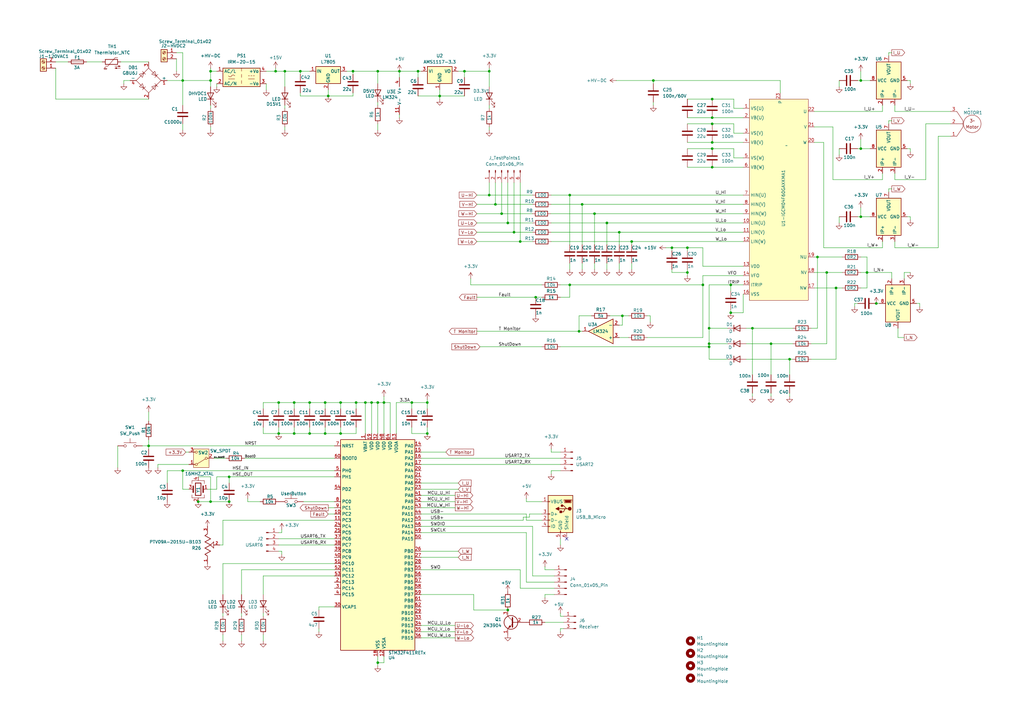
<source format=kicad_sch>
(kicad_sch (version 20231120) (generator "eeschema") (generator_version "8.0")
  (paper "A3")
  (title_block (title "AC Motor Driver") (date "2024-11-03") (rev "2"))
  (junction (at 154.94 271.78))
  (junction (at 292.1 58.42))
  (junction (at 168.91 165.1))
  (junction (at 133.35 177.8))
  (junction (at 205.74 87.63))
  (junction (at 290.83 140.97))
  (junction (at 290.83 142.24))
  (junction (at 208.28 250.19))
  (junction (at 190.5 29.21))
  (junction (at 86.36 205.74))
  (junction (at 292.1 68.58))
  (junction (at 323.85 147.32))
  (junction (at 259.08 99.06))
  (junction (at 339.09 111.76))
  (junction (at 74.93 193.04))
  (junction (at 113.03 29.21))
  (junction (at 248.92 91.44))
  (junction (at 127 165.1))
  (junction (at 154.94 29.21))
  (junction (at 292.1 40.64))
  (junction (at 127 177.8))
  (junction (at 139.7 165.1))
  (junction (at 288.29 116.84))
  (junction (at 281.94 101.6))
  (junction (at 292.1 50.8))
  (junction (at 171.45 29.21))
  (junction (at 210.82 95.25))
  (junction (at 355.6 111.76))
  (junction (at 114.3 177.8))
  (junction (at 219.71 121.92))
  (junction (at 120.65 177.8))
  (junction (at 203.2 83.82))
  (junction (at 163.83 29.21))
  (junction (at 139.7 177.8))
  (junction (at 149.86 165.1))
  (junction (at 237.49 135.89))
  (junction (at 267.97 33.02))
  (junction (at 335.28 105.41))
  (junction (at 308.61 134.62))
  (junction (at 292.1 48.26))
  (junction (at 233.68 80.01))
  (junction (at 154.94 165.1))
  (junction (at 116.84 29.21))
  (junction (at 359.41 124.46))
  (junction (at 74.93 33.02))
  (junction (at 200.66 29.21))
  (junction (at 208.28 91.44))
  (junction (at 353.06 88.9))
  (junction (at 233.68 116.84))
  (junction (at 254 95.25))
  (junction (at 175.26 177.8))
  (junction (at 213.36 99.06))
  (junction (at 86.36 33.02))
  (junction (at 299.72 128.27))
  (junction (at 146.05 165.1))
  (junction (at 93.98 195.58))
  (junction (at 114.3 165.1))
  (junction (at 255.27 129.54))
  (junction (at 275.59 101.6))
  (junction (at 200.66 80.01))
  (junction (at 133.35 165.1))
  (junction (at 180.34 39.37))
  (junction (at 290.83 134.62))
  (junction (at 134.62 39.37))
  (junction (at 120.65 165.1))
  (junction (at 243.84 87.63))
  (junction (at 292.1 60.96))
  (junction (at 175.26 165.1))
  (junction (at 157.48 165.1))
  (junction (at 123.19 29.21))
  (junction (at 299.72 116.84))
  (junction (at 353.06 33.02))
  (junction (at 316.23 140.97))
  (junction (at 93.98 205.74))
  (junction (at 281.94 111.76))
  (junction (at 81.28 205.74))
  (junction (at 86.36 29.21))
  (junction (at 342.9 118.11))
  (junction (at 353.06 60.96))
  (junction (at 144.78 29.21))
  (junction (at 152.4 165.1))
  (junction (at 60.96 182.88))
  (junction (at 238.76 83.82))
  (no_connect (at 232.41 220.98))
  (wire (pts (xy 172.72 205.74) (xy 186.69 205.74)))
  (wire (pts (xy 123.19 39.37) (xy 123.19 38.1)))
  (wire (pts (xy 172.72 200.66) (xy 187.96 200.66)))
  (wire (pts (xy 205.74 87.63) (xy 218.2688 87.63)))
  (wire (pts (xy 265.43 129.54) (xy 266.7 129.54)))
  (wire (pts (xy 172.72 187.96) (xy 229.87 187.96)))
  (wire (pts (xy 120.65 175.26) (xy 120.65 177.8)))
  (wire (pts (xy 190.5 29.21) (xy 200.66 29.21)))
  (wire (pts (xy 210.82 74.93) (xy 210.82 95.25)))
  (wire (pts (xy 195.58 99.06) (xy 213.36 99.06)))
  (wire (pts (xy 133.35 175.26) (xy 133.35 177.8)))
  (wire (pts (xy 152.4 165.1) (xy 149.86 165.1)))
  (wire (pts (xy 116.84 29.21) (xy 113.03 29.21)))
  (wire (pts (xy 91.44 251.46) (xy 91.44 252.73)))
  (wire (pts (xy 194.31 250.19) (xy 208.28 250.19)))
  (wire (pts (xy 292.1 48.26) (xy 304.8 48.26)))
  (wire (pts (xy 267.97 34.29) (xy 267.97 33.02)))
  (wire (pts (xy 353.06 85.09) (xy 353.06 88.9)))
  (wire (pts (xy 154.94 273.05) (xy 154.94 271.78)))
  (wire (pts (xy 379.73 50.8) (xy 379.73 73.66)))
  (wire (pts (xy 107.95 260.35) (xy 107.95 262.89)))
  (wire (pts (xy 163.83 29.21) (xy 171.45 29.21)))
  (wire (pts (xy 320.04 33.02) (xy 320.04 38.1)))
  (wire (pts (xy 72.39 24.13) (xy 72.39 29.21)))
  (wire (pts (xy 267.97 41.91) (xy 267.97 43.18)))
  (wire (pts (xy 237.49 135.89) (xy 238.76 135.89)))
  (wire (pts (xy 353.06 88.9) (xy 356.87 88.9)))
  (wire (pts (xy 175.26 165.1) (xy 168.91 165.1)))
  (wire (pts (xy 133.35 165.1) (xy 133.35 167.64)))
  (wire (pts (xy 123.19 30.48) (xy 123.19 29.21)))
  (wire (pts (xy 379.73 73.66) (xy 367.03 73.66)))
  (wire (pts (xy 146.05 175.26) (xy 146.05 177.8)))
  (wire (pts (xy 88.9 34.29) (xy 88.9 35.56)))
  (wire (pts (xy 353.06 33.02) (xy 356.87 33.02)))
  (wire (pts (xy 370.84 138.43) (xy 368.3 138.43)))
  (wire (pts (xy 116.84 43.18) (xy 116.84 44.45)))
  (wire (pts (xy 106.68 205.74) (xy 101.6 205.74)))
  (wire (pts (xy 355.6 111.76) (xy 365.76 111.76)))
  (wire (pts (xy 292.1 68.58) (xy 304.8 68.58)))
  (wire (pts (xy 215.9 213.36) (xy 222.25 213.36)))
  (wire (pts (xy 137.16 248.92) (xy 130.81 248.92)))
  (wire (pts (xy 288.29 109.22) (xy 304.8 109.22)))
  (wire (pts (xy 304.8 91.44) (xy 248.92 91.44)))
  (wire (pts (xy 123.19 29.21) (xy 127 29.21)))
  (wire (pts (xy 254 95.25) (xy 254 100.33)))
  (wire (pts (xy 370.84 111.76) (xy 373.38 111.76)))
  (wire (pts (xy 213.36 233.68) (xy 213.36 241.3)))
  (wire (pts (xy 259.08 99.06) (xy 259.08 100.33)))
  (wire (pts (xy 355.6 118.11) (xy 355.6 111.76)))
  (wire (pts (xy 248.92 91.44) (xy 248.92 100.33)))
  (wire (pts (xy 233.68 80.01) (xy 304.8 80.01)))
  (wire (pts (xy 306.07 140.97) (xy 316.23 140.97)))
  (wire (pts (xy 200.66 27.94) (xy 200.66 29.21)))
  (wire (pts (xy 107.95 236.22) (xy 107.95 243.84)))
  (wire (pts (xy 372.11 88.9) (xy 373.38 88.9)))
  (wire (pts (xy 160.02 177.8) (xy 160.02 165.1)))
  (wire (pts (xy 193.04 114.3) (xy 193.04 116.84)))
  (wire (pts (xy 60.96 184.15) (xy 60.96 182.88)))
  (wire (pts (xy 157.48 269.24) (xy 157.48 271.78)))
  (wire (pts (xy 87.63 187.96) (xy 92.71 187.96)))
  (wire (pts (xy 226.06 83.82) (xy 238.76 83.82)))
  (wire (pts (xy 275.59 101.6) (xy 281.94 101.6)))
  (wire (pts (xy 290.83 134.62) (xy 290.83 140.97)))
  (wire (pts (xy 116.84 29.21) (xy 116.84 35.56)))
  (wire (pts (xy 226.06 185.42) (xy 226.06 184.15)))
  (wire (pts (xy 114.3 226.06) (xy 115.57 226.06)))
  (wire (pts (xy 195.58 83.82) (xy 203.2 83.82)))
  (wire (pts (xy 193.04 116.84) (xy 222.25 116.84)))
  (wire (pts (xy 172.72 233.68) (xy 213.36 233.68)))
  (wire (pts (xy 127 165.1) (xy 133.35 165.1)))
  (wire (pts (xy 368.3 138.43) (xy 368.3 134.62)))
  (wire (pts (xy 281.94 58.42) (xy 292.1 58.42)))
  (wire (pts (xy 81.28 205.74) (xy 86.36 205.74)))
  (wire (pts (xy 60.96 182.88) (xy 137.16 182.88)))
  (wire (pts (xy 373.38 33.02) (xy 373.38 34.29)))
  (wire (pts (xy 22.86 40.64) (xy 22.86 27.94)))
  (wire (pts (xy 127 175.26) (xy 127 177.8)))
  (wire (pts (xy 203.2 74.93) (xy 203.2 83.82)))
  (wire (pts (xy 335.28 134.62) (xy 335.28 105.41)))
  (wire (pts (xy 243.84 107.95) (xy 243.84 110.49)))
  (wire (pts (xy 226.06 91.44) (xy 248.92 91.44)))
  (wire (pts (xy 215.9 205.74) (xy 215.9 204.47)))
  (wire (pts (xy 168.91 165.1) (xy 162.56 165.1)))
  (wire (pts (xy 292.1 58.42) (xy 304.8 58.42)))
  (wire (pts (xy 139.7 177.8) (xy 133.35 177.8)))
  (wire (pts (xy 300.99 64.77) (xy 300.99 60.96)))
  (wire (pts (xy 99.06 243.84) (xy 99.06 233.68)))
  (wire (pts (xy 113.03 27.94) (xy 113.03 29.21)))
  (wire (pts (xy 163.83 46.99) (xy 163.83 48.26)))
  (wire (pts (xy 292.1 40.64) (xy 281.94 40.64)))
  (wire (pts (xy 316.23 161.29) (xy 316.23 162.56)))
  (wire (pts (xy 231.14 252.73) (xy 229.87 252.73)))
  (wire (pts (xy 365.76 114.3) (xy 365.76 111.76)))
  (wire (pts (xy 344.17 88.9) (xy 344.17 91.44)))
  (wire (pts (xy 281.94 111.76) (xy 281.94 110.49)))
  (wire (pts (xy 361.95 101.6) (xy 337.82 101.6)))
  (wire (pts (xy 74.93 33.02) (xy 86.36 33.02)))
  (wire (pts (xy 195.58 135.89) (xy 237.49 135.89)))
  (wire (pts (xy 124.46 205.74) (xy 137.16 205.74)))
  (wire (pts (xy 144.78 29.21) (xy 154.94 29.21)))
  (wire (pts (xy 22.86 40.64) (xy 60.96 40.64)))
  (wire (pts (xy 49.53 25.4) (xy 60.96 25.4)))
  (wire (pts (xy 361.95 73.66) (xy 361.95 71.12)))
  (wire (pts (xy 172.72 256.54) (xy 186.69 256.54)))
  (wire (pts (xy 74.93 50.8) (xy 74.93 53.34)))
  (wire (pts (xy 115.57 217.17) (xy 115.57 218.44)))
  (wire (pts (xy 281.94 113.03) (xy 281.94 111.76)))
  (wire (pts (xy 200.66 52.07) (xy 200.66 53.34)))
  (wire (pts (xy 101.6 204.47) (xy 101.6 205.74)))
  (wire (pts (xy 196.85 142.24) (xy 222.25 142.24)))
  (wire (pts (xy 254 138.43) (xy 257.81 138.43)))
  (wire (pts (xy 139.7 165.1) (xy 146.05 165.1)))
  (wire (pts (xy 210.82 95.25) (xy 218.44 95.25)))
  (wire (pts (xy 217.17 212.09) (xy 214.63 212.09)))
  (wire (pts (xy 361.95 101.6) (xy 361.95 99.06)))
  (wire (pts (xy 300.99 40.64) (xy 292.1 40.64)))
  (wire (pts (xy 344.17 60.96) (xy 344.17 63.5)))
  (wire (pts (xy 237.49 129.54) (xy 237.49 135.89)))
  (wire (pts (xy 134.62 208.28) (xy 137.16 208.28)))
  (wire (pts (xy 144.78 30.48) (xy 144.78 29.21)))
  (wire (pts (xy 120.65 165.1) (xy 120.65 167.64)))
  (wire (pts (xy 373.38 88.9) (xy 373.38 90.17)))
  (wire (pts (xy 361.95 45.72) (xy 334.01 45.72)))
  (wire (pts (xy 60.96 168.91) (xy 60.96 172.72)))
  (wire (pts (xy 200.66 43.18) (xy 200.66 44.45)))
  (wire (pts (xy 142.24 29.21) (xy 144.78 29.21)))
  (wire (pts (xy 214.63 212.09) (xy 214.63 213.36)))
  (wire (pts (xy 114.3 165.1) (xy 120.65 165.1)))
  (wire (pts (xy 215.9 238.76) (xy 215.9 218.44)))
  (wire (pts (xy 316.23 140.97) (xy 316.23 153.67)))
  (wire (pts (xy 93.98 195.58) (xy 137.16 195.58)))
  (wire (pts (xy 223.52 233.68) (xy 223.52 232.41)))
  (wire (pts (xy 300.99 54.61) (xy 300.99 50.8)))
  (wire (pts (xy 304.8 44.45) (xy 300.99 44.45)))
  (wire (pts (xy 361.95 43.18) (xy 361.95 45.72)))
  (wire (pts (xy 233.68 121.92) (xy 233.68 116.84)))
  (wire (pts (xy 48.26 182.88) (xy 48.26 191.77)))
  (wire (pts (xy 337.82 58.42) (xy 334.01 58.42)))
  (wire (pts (xy 367.03 71.12) (xy 367.03 73.66)))
  (wire (pts (xy 93.98 195.58) (xy 88.9 195.58)))
  (wire (pts (xy 339.09 140.97) (xy 339.09 111.76)))
  (wire (pts (xy 226.06 99.06) (xy 259.08 99.06)))
  (wire (pts (xy 154.94 29.21) (xy 163.83 29.21)))
  (wire (pts (xy 290.83 116.84) (xy 299.72 116.84)))
  (wire (pts (xy 229.87 220.98) (xy 229.87 223.52)))
  (wire (pts (xy 175.26 165.1) (xy 175.26 163.83)))
  (wire (pts (xy 107.95 175.26) (xy 107.95 177.8)))
  (wire (pts (xy 259.08 99.06) (xy 304.8 99.06)))
  (wire (pts (xy 227.33 243.84) (xy 223.52 243.84)))
  (wire (pts (xy 58.42 182.88) (xy 60.96 182.88)))
  (wire (pts (xy 64.77 190.5) (xy 64.77 191.77)))
  (wire (pts (xy 308.61 134.62) (xy 308.61 153.67)))
  (wire (pts (xy 154.94 271.78) (xy 154.94 269.24)))
  (wire (pts (xy 353.06 60.96) (xy 351.79 60.96)))
  (wire (pts (xy 195.58 91.44) (xy 208.28 91.44)))
  (wire (pts (xy 299.72 128.27) (xy 299.72 127)))
  (wire (pts (xy 50.8 33.02) (xy 50.8 34.29)))
  (wire (pts (xy 225.8888 87.63) (xy 243.84 87.63)))
  (wire (pts (xy 172.72 203.2) (xy 186.69 203.2)))
  (wire (pts (xy 323.85 147.32) (xy 323.85 153.67)))
  (wire (pts (xy 226.06 95.25) (xy 254 95.25)))
  (wire (pts (xy 320.04 33.02) (xy 267.97 33.02)))
  (wire (pts (xy 100.33 187.96) (xy 137.16 187.96)))
  (wire (pts (xy 323.85 147.32) (xy 325.12 147.32)))
  (wire (pts (xy 154.94 41.91) (xy 154.94 43.18)))
  (wire (pts (xy 107.95 165.1) (xy 114.3 165.1)))
  (wire (pts (xy 149.86 177.8) (xy 149.86 165.1)))
  (wire (pts (xy 86.36 52.07) (xy 86.36 53.34)))
  (wire (pts (xy 91.44 231.14) (xy 91.44 243.84)))
  (wire (pts (xy 139.7 175.26) (xy 139.7 177.8)))
  (wire (pts (xy 208.28 91.44) (xy 218.44 91.44)))
  (wire (pts (xy 60.96 180.34) (xy 60.96 182.88)))
  (wire (pts (xy 365.76 21.59) (xy 364.49 21.59)))
  (wire (pts (xy 353.06 57.15) (xy 353.06 60.96)))
  (wire (pts (xy 157.48 165.1) (xy 154.94 165.1)))
  (wire (pts (xy 372.11 60.96) (xy 373.38 60.96)))
  (wire (pts (xy 114.3 175.26) (xy 114.3 177.8)))
  (wire (pts (xy 200.66 29.21) (xy 200.66 35.56)))
  (wire (pts (xy 116.84 29.21) (xy 123.19 29.21)))
  (wire (pts (xy 168.91 175.26) (xy 168.91 177.8)))
  (wire (pts (xy 223.52 255.27) (xy 231.14 255.27)))
  (wire (pts (xy 195.58 80.01) (xy 200.66 80.01)))
  (wire (pts (xy 172.72 259.08) (xy 186.69 259.08)))
  (wire (pts (xy 134.62 36.83) (xy 134.62 39.37)))
  (wire (pts (xy 215.9 205.74) (xy 222.25 205.74)))
  (wire (pts (xy 353.06 29.21) (xy 353.06 33.02)))
  (wire (pts (xy 99.06 251.46) (xy 99.06 252.73)))
  (wire (pts (xy 115.57 226.06) (xy 115.57 227.33)))
  (wire (pts (xy 86.36 205.74) (xy 93.98 205.74)))
  (wire (pts (xy 91.44 231.14) (xy 137.16 231.14)))
  (wire (pts (xy 384.81 101.6) (xy 384.81 55.88)))
  (wire (pts (xy 172.72 226.06) (xy 187.96 226.06)))
  (wire (pts (xy 243.84 87.63) (xy 243.84 100.33)))
  (wire (pts (xy 213.36 99.06) (xy 218.44 99.06)))
  (wire (pts (xy 146.05 177.8) (xy 139.7 177.8)))
  (wire (pts (xy 341.63 52.07) (xy 341.63 73.66)))
  (wire (pts (xy 109.22 29.21) (xy 113.03 29.21)))
  (wire (pts (xy 130.81 257.81) (xy 130.81 259.08)))
  (wire (pts (xy 339.09 111.76) (xy 345.44 111.76)))
  (wire (pts (xy 149.86 165.1) (xy 146.05 165.1)))
  (wire (pts (xy 107.95 177.8) (xy 114.3 177.8)))
  (wire (pts (xy 365.76 77.47) (xy 364.49 77.47)))
  (wire (pts (xy 275.59 111.76) (xy 275.59 110.49)))
  (wire (pts (xy 76.2 185.42) (xy 77.47 185.42)))
  (wire (pts (xy 344.17 33.02) (xy 344.17 35.56)))
  (wire (pts (xy 300.99 50.8) (xy 292.1 50.8)))
  (wire (pts (xy 377.19 124.46) (xy 375.92 124.46)))
  (wire (pts (xy 81.28 195.58) (xy 86.36 195.58)))
  (wire (pts (xy 359.41 124.46) (xy 360.68 124.46)))
  (wire (pts (xy 154.94 50.8) (xy 154.94 53.34)))
  (wire (pts (xy 389.89 50.8) (xy 379.73 50.8)))
  (wire (pts (xy 233.68 107.95) (xy 233.68 110.49)))
  (wire (pts (xy 233.68 116.84) (xy 288.29 116.84)))
  (wire (pts (xy 299.72 128.27) (xy 304.8 128.27)))
  (wire (pts (xy 299.72 116.84) (xy 304.8 116.84)))
  (wire (pts (xy 300.99 60.96) (xy 292.1 60.96)))
  (wire (pts (xy 53.34 33.02) (xy 50.8 33.02)))
  (wire (pts (xy 172.72 210.82) (xy 215.9 210.82)))
  (wire (pts (xy 213.36 241.3) (xy 227.33 241.3)))
  (wire (pts (xy 227.33 233.68) (xy 223.52 233.68)))
  (wire (pts (xy 144.78 39.37) (xy 144.78 38.1)))
  (wire (pts (xy 290.83 142.24) (xy 290.83 147.32)))
  (wire (pts (xy 367.03 101.6) (xy 384.81 101.6)))
  (wire (pts (xy 208.28 74.93) (xy 208.28 91.44)))
  (wire (pts (xy 74.93 193.04) (xy 137.16 193.04)))
  (wire (pts (xy 288.29 113.03) (xy 288.29 116.84)))
  (wire (pts (xy 91.44 213.36) (xy 137.16 213.36)))
  (wire (pts (xy 243.84 87.63) (xy 304.8 87.63)))
  (wire (pts (xy 292.1 60.96) (xy 281.94 60.96)))
  (wire (pts (xy 332.74 134.62) (xy 335.28 134.62)))
  (wire (pts (xy 292.1 50.8) (xy 281.94 50.8)))
  (wire (pts (xy 99.06 260.35) (xy 99.06 262.89)))
  (wire (pts (xy 187.96 29.21) (xy 190.5 29.21)))
  (wire (pts (xy 88.9 29.21) (xy 86.36 29.21)))
  (wire (pts (xy 114.3 220.98) (xy 137.16 220.98)))
  (wire (pts (xy 266.7 129.54) (xy 266.7 132.08)))
  (wire (pts (xy 72.39 21.59) (xy 74.93 21.59)))
  (wire (pts (xy 222.25 210.82) (xy 217.17 210.82)))
  (wire (pts (xy 134.62 39.37) (xy 144.78 39.37)))
  (wire (pts (xy 86.36 43.18) (xy 86.36 44.45)))
  (wire (pts (xy 107.95 251.46) (xy 107.95 252.73)))
  (wire (pts (xy 304.8 54.61) (xy 300.99 54.61)))
  (wire (pts (xy 341.63 73.66) (xy 361.95 73.66)))
  (wire (pts (xy 194.31 243.84) (xy 194.31 250.19)))
  (wire (pts (xy 364.49 77.47) (xy 364.49 78.74)))
  (wire (pts (xy 180.34 39.37) (xy 190.5 39.37)))
  (wire (pts (xy 68.58 198.12) (xy 68.58 193.04)))
  (wire (pts (xy 334.01 105.41) (xy 335.28 105.41)))
  (wire (pts (xy 364.49 49.53) (xy 364.49 50.8)))
  (wire (pts (xy 146.05 167.64) (xy 146.05 165.1)))
  (wire (pts (xy 152.4 177.8) (xy 152.4 165.1)))
  (wire (pts (xy 265.43 138.43) (xy 288.29 138.43)))
  (wire (pts (xy 334.01 118.11) (xy 342.9 118.11)))
  (wire (pts (xy 342.9 147.32) (xy 342.9 118.11)))
  (wire (pts (xy 353.06 118.11) (xy 355.6 118.11)))
  (wire (pts (xy 171.45 39.37) (xy 180.34 39.37)))
  (wire (pts (xy 154.94 34.29) (xy 154.94 29.21)))
  (wire (pts (xy 290.83 140.97) (xy 290.83 142.24)))
  (wire (pts (xy 316.23 140.97) (xy 325.12 140.97)))
  (wire (pts (xy 367.03 45.72) (xy 389.89 45.72)))
  (wire (pts (xy 86.36 33.02) (xy 86.36 29.21)))
  (wire (pts (xy 255.27 129.54) (xy 255.27 133.35)))
  (wire (pts (xy 171.45 29.21) (xy 172.72 29.21)))
  (wire (pts (xy 200.66 80.01) (xy 218.44 80.01)))
  (wire (pts (xy 218.44 236.22) (xy 227.33 236.22)))
  (wire (pts (xy 91.44 260.35) (xy 91.44 262.89)))
  (wire (pts (xy 200.66 74.93) (xy 200.66 80.01)))
  (wire (pts (xy 171.45 29.21) (xy 171.45 31.75)))
  (wire (pts (xy 332.74 147.32) (xy 342.9 147.32)))
  (wire (pts (xy 238.76 107.95) (xy 238.76 110.49)))
  (wire (pts (xy 353.06 60.96) (xy 356.87 60.96)))
  (wire (pts (xy 157.48 177.8) (xy 157.48 165.1)))
  (wire (pts (xy 298.45 147.32) (xy 290.83 147.32)))
  (wire (pts (xy 115.57 218.44) (xy 114.3 218.44)))
  (wire (pts (xy 229.87 121.92) (xy 233.68 121.92)))
  (wire (pts (xy 116.84 52.07) (xy 116.84 53.34)))
  (wire (pts (xy 226.06 193.04) (xy 226.06 194.31)))
  (wire (pts (xy 91.44 223.52) (xy 90.17 223.52)))
  (wire (pts (xy 213.36 74.93) (xy 213.36 99.06)))
  (wire (pts (xy 355.6 111.76) (xy 353.06 111.76)))
  (wire (pts (xy 205.74 74.93) (xy 205.74 87.63)))
  (wire (pts (xy 120.65 165.1) (xy 127 165.1)))
  (wire (pts (xy 35.56 25.4) (xy 41.91 25.4)))
  (wire (pts (xy 299.72 119.38) (xy 299.72 116.84)))
  (wire (pts (xy 157.48 162.56) (xy 157.48 165.1)))
  (wire (pts (xy 231.14 257.81) (xy 229.87 257.81)))
  (wire (pts (xy 290.83 134.62) (xy 298.45 134.62)))
  (wire (pts (xy 157.48 271.78) (xy 154.94 271.78)))
  (wire (pts (xy 334.01 52.07) (xy 341.63 52.07)))
  (wire (pts (xy 172.72 215.9) (xy 218.44 215.9)))
  (wire (pts (xy 304.8 120.65) (xy 304.8 128.27)))
  (wire (pts (xy 172.72 190.5) (xy 229.87 190.5)))
  (wire (pts (xy 229.87 116.84) (xy 233.68 116.84)))
  (wire (pts (xy 254 107.95) (xy 254 110.49)))
  (wire (pts (xy 222.25 121.92) (xy 219.71 121.92)))
  (wire (pts (xy 275.59 102.87) (xy 275.59 101.6)))
  (wire (pts (xy 172.72 218.44) (xy 215.9 218.44)))
  (wire (pts (xy 190.5 29.21) (xy 190.5 31.75)))
  (wire (pts (xy 134.62 39.37) (xy 123.19 39.37)))
  (wire (pts (xy 248.92 107.95) (xy 248.92 110.49)))
  (wire (pts (xy 254 95.25) (xy 304.8 95.25)))
  (wire (pts (xy 238.76 83.82) (xy 238.76 100.33)))
  (wire (pts (xy 350.52 124.46) (xy 350.52 125.73)))
  (wire (pts (xy 306.07 134.62) (xy 308.61 134.62)))
  (wire (pts (xy 233.68 80.01) (xy 233.68 100.33)))
  (wire (pts (xy 288.29 138.43) (xy 288.29 116.84)))
  (wire (pts (xy 365.76 49.53) (xy 364.49 49.53)))
  (wire (pts (xy 353.06 105.41) (xy 355.6 105.41)))
  (wire (pts (xy 93.98 195.58) (xy 93.98 198.12)))
  (wire (pts (xy 259.08 107.95) (xy 259.08 110.49)))
  (wire (pts (xy 86.36 29.21) (xy 86.36 27.94)))
  (wire (pts (xy 109.22 36.83) (xy 109.22 34.29)))
  (wire (pts (xy 180.34 40.64) (xy 180.34 39.37)))
  (wire (pts (xy 229.87 185.42) (xy 226.06 185.42)))
  (wire (pts (xy 298.45 140.97) (xy 290.83 140.97)))
  (wire (pts (xy 281.94 101.6) (xy 281.94 102.87)))
  (wire (pts (xy 332.74 140.97) (xy 339.09 140.97)))
  (wire (pts (xy 308.61 134.62) (xy 325.12 134.62)))
  (wire (pts (xy 300.99 44.45) (xy 300.99 40.64)))
  (wire (pts (xy 74.93 193.04) (xy 74.93 200.66)))
  (wire (pts (xy 223.52 243.84) (xy 223.52 245.11)))
  (wire (pts (xy 377.19 124.46) (xy 377.19 125.73)))
  (wire (pts (xy 154.94 165.1) (xy 152.4 165.1)))
  (wire (pts (xy 217.17 210.82) (xy 217.17 212.09)))
  (wire (pts (xy 229.87 252.73) (xy 229.87 251.46)))
  (wire (pts (xy 195.58 121.92) (xy 219.71 121.92)))
  (wire (pts (xy 290.83 134.62) (xy 290.83 116.84)))
  (wire (pts (xy 114.3 223.52) (xy 137.16 223.52)))
  (wire (pts (xy 74.93 200.66) (xy 77.47 200.66)))
  (wire (pts (xy 334.01 111.76) (xy 339.09 111.76)))
  (wire (pts (xy 77.47 190.5) (xy 64.77 190.5)))
  (wire (pts (xy 353.06 88.9) (xy 351.79 88.9)))
  (wire (pts (xy 255.27 129.54) (xy 257.81 129.54)))
  (wire (pts (xy 127 165.1) (xy 127 167.64)))
  (wire (pts (xy 250.19 129.54) (xy 255.27 129.54)))
  (wire (pts (xy 88.9 195.58) (xy 88.9 200.66)))
  (wire (pts (xy 372.11 33.02) (xy 373.38 33.02)))
  (wire (pts (xy 74.93 33.02) (xy 74.93 43.18)))
  (wire (pts (xy 172.72 185.42) (xy 182.88 185.42)))
  (wire (pts (xy 172.72 198.12) (xy 187.96 198.12)))
  (wire (pts (xy 160.02 165.1) (xy 157.48 165.1)))
  (wire (pts (xy 227.33 238.76) (xy 215.9 238.76)))
  (wire (pts (xy 168.91 167.64) (xy 168.91 165.1)))
  (wire (pts (xy 308.61 161.29) (xy 308.61 162.56)))
  (wire (pts (xy 139.7 165.1) (xy 139.7 167.64)))
  (wire (pts (xy 342.9 118.11) (xy 345.44 118.11)))
  (wire (pts (xy 120.65 177.8) (xy 127 177.8)))
  (wire (pts (xy 162.56 165.1) (xy 162.56 177.8)))
  (wire (pts (xy 254 133.35) (xy 255.27 133.35)))
  (wire (pts (xy 353.06 33.02) (xy 351.79 33.02)))
  (wire (pts (xy 130.81 248.92) (xy 130.81 250.19)))
  (wire (pts (xy 133.35 165.1) (xy 139.7 165.1)))
  (wire (pts (xy 281.94 101.6) (xy 288.29 101.6)))
  (wire (pts (xy 180.34 36.83) (xy 180.34 39.37)))
  (wire (pts (xy 373.38 60.96) (xy 373.38 62.23)))
  (wire (pts (xy 127 177.8) (xy 133.35 177.8)))
  (wire (pts (xy 304.8 64.77) (xy 300.99 64.77)))
  (wire (pts (xy 168.91 177.8) (xy 175.26 177.8)))
  (wire (pts (xy 304.8 83.82) (xy 238.76 83.82)))
  (wire (pts (xy 229.87 257.81) (xy 229.87 259.08)))
  (wire (pts (xy 364.49 21.59) (xy 364.49 22.86)))
  (wire (pts (xy 370.84 114.3) (xy 370.84 111.76)))
  (wire (pts (xy 337.82 101.6) (xy 337.82 58.42)))
  (wire (pts (xy 323.85 161.29) (xy 323.85 162.56)))
  (wire (pts (xy 195.58 87.63) (xy 205.74 87.63)))
  (wire (pts (xy 367.03 45.72) (xy 367.03 43.18)))
  (wire (pts (xy 107.95 167.64) (xy 107.95 165.1)))
  (wire (pts (xy 91.44 213.36) (xy 91.44 223.52)))
  (wire (pts (xy 134.62 210.82) (xy 137.16 210.82)))
  (wire (pts (xy 335.28 105.41) (xy 345.44 105.41)))
  (wire (pts (xy 273.05 101.6) (xy 275.59 101.6)))
  (wire (pts (xy 187.96 228.6) (xy 172.72 228.6)))
  (wire (pts (xy 281.94 68.58) (xy 292.1 68.58)))
  (wire (pts (xy 172.72 208.28) (xy 186.69 208.28)))
  (wire (pts (xy 252.73 33.02) (xy 267.97 33.02)))
  (wire (pts (xy 215.9 210.82) (xy 215.9 213.36)))
  (wire (pts (xy 172.72 243.84) (xy 194.31 243.84)))
  (wire (pts (xy 195.58 95.25) (xy 210.82 95.25)))
  (wire (pts (xy 68.58 33.02) (xy 74.93 33.02)))
  (wire (pts (xy 114.3 165.1) (xy 114.3 167.64)))
  (wire (pts (xy 203.2 83.82) (xy 218.44 83.82)))
  (wire (pts (xy 306.07 147.32) (xy 323.85 147.32)))
  (wire (pts (xy 86.36 33.02) (xy 86.36 35.56)))
  (wire (pts (xy 175.26 175.26) (xy 175.26 177.8)))
  (wire (pts (xy 22.86 25.4) (xy 27.94 25.4)))
  (wire (pts (xy 367.03 99.06) (xy 367.03 101.6)))
  (wire (pts (xy 74.93 21.59) (xy 74.93 33.02)))
  (wire (pts (xy 242.57 129.54) (xy 237.49 129.54)))
  (wire (pts (xy 384.81 55.88) (xy 389.89 55.88)))
  (wire (pts (xy 175.26 167.64) (xy 175.26 165.1)))
  (wire (pts (xy 137.16 236.22) (xy 107.95 236.22)))
  (wire (pts (xy 275.59 111.76) (xy 281.94 111.76)))
  (wire (pts (xy 68.58 193.04) (xy 74.93 193.04)))
  (wire (pts (xy 355.6 105.41) (xy 355.6 111.76)))
  (wire (pts (xy 99.06 233.68) (xy 137.16 233.68)))
  (wire (pts (xy 114.3 177.8) (xy 120.65 177.8)))
  (wire (pts (xy 218.44 215.9) (xy 218.44 236.22)))
  (wire (pts (xy 172.72 213.36) (xy 214.63 213.36)))
  (wire (pts (xy 226.06 80.01) (xy 233.68 80.01)))
  (wire (pts (xy 154.94 177.8) (xy 154.94 165.1)))
  (wire (pts (xy 163.83 31.75) (xy 163.83 29.21)))
  (wire (pts (xy 85.09 200.66) (xy 88.9 200.66)))
  (wire (pts (xy 351.79 124.46) (xy 350.52 124.46)))
  (wire (pts (xy 86.36 195.58) (xy 86.36 205.74)))
  (wire (pts (xy 229.87 142.24) (xy 290.83 142.24)))
  (wire (pts (xy 281.94 48.26) (xy 292.1 48.26)))
  (wire (pts (xy 288.29 113.03) (xy 304.8 113.03)))
  (wire (pts (xy 172.72 261.62) (xy 186.69 261.62)))
  (wire (pts (xy 288.29 101.6) (xy 288.29 109.22)))
  (wire (pts (xy 229.87 193.04) (xy 226.06 193.04)))
  (label "I_W-" (at 372.11 101.6 0))
  (label "V_Hi" (at 293.37 83.82 0))
  (label "sw_boot0" (at 87.63 187.96 0) (effects (font (size 0.635 0.635))))
  (label "W_Lo" (at 293.37 99.06 0))
  (label "HSE_OUT" (at 95.25 195.58 0))
  (label "U_Lo" (at 293.37 91.44 0))
  (label "MCU_U_Lo" (at 175.26 256.54 0))
  (label "MCU_W_Hi" (at 175.0191 208.28 0))
  (label "MCU_W_Lo" (at 175.188 261.62 0))
  (label "MCU_V_Lo" (at 175.26 259.08 0))
  (label "USART2_TX" (at 207.01 187.96 0))
  (label "I_V-" (at 370.84 73.66 0))
  (label "3.3A" (at 163.83 165.1 0))
  (label "I_W+" (at 355.6 101.6 0))
  (label "MCU_V_Hi" (at 175.26 205.74 0))
  (label "MCU_U_Hi" (at 175.26 203.2 0))
  (label "I_U-" (at 370.84 45.72 0))
  (label "ITRIP" (at 298.45 116.84 0))
  (label "I_V+" (at 354.33 73.66 0))
  (label "SWO" (at 176.53 233.68 0))
  (label "Fault" (at 204.47 121.92 0))
  (label "SWDIO" (at 176.53 215.9 0))
  (label "USB+" (at 176.53 213.36 0))
  (label "Boot0" (at 100.33 187.96 0) (effects (font (size 1.016 1.016))))
  (label "USART6_RX" (at 123.19 223.52 0))
  (label "SWCLK" (at 176.53 218.44 0))
  (label "I_N+" (at 358.14 111.76 0))
  (label "HSE_IN" (at 95.25 193.04 0))
  (label "W_Hi" (at 293.37 87.63 0))
  (label "USART2_RX" (at 207.01 190.5 0))
  (label "VFO" (at 298.45 113.03 0))
  (label "I_U+" (at 354.33 45.72 0))
  (label "T Monitor" (at 204.47 135.89 0))
  (label "USB-" (at 176.53 210.82 0))
  (label "ShutDown" (at 204.47 142.24 0))
  (label "USART6_TX" (at 123.19 220.98 0))
  (label "V_Lo" (at 293.37 95.25 0))
  (label "NRST" (at 100.33 182.88 0))
  (label "U_Hi" (at 293.37 80.01 0))
  (global_label "I_V" (shape output) (at 365.76 49.53 0) (property "Intersheetrefs" "${INTERSHEET_REFS}" (effects (hide yes))))
  (global_label "Fault" (shape output) (at 195.58 121.92 180) (property "Intersheetrefs" "${INTERSHEET_REFS}" (effects (hide yes))))
  (global_label "T Monitor" (shape input) (at 182.88 185.42 0) (property "Intersheetrefs" "${INTERSHEET_REFS}" (effects (hide yes))))
  (global_label "V-Lo" (shape input) (at 195.58 95.25 180) (property "Intersheetrefs" "${INTERSHEET_REFS}" (effects (hide yes))))
  (global_label "I_V" (shape input) (at 187.96 200.66 0) (property "Intersheetrefs" "${INTERSHEET_REFS}" (effects (hide yes))))
  (global_label "T Monitor" (shape output) (at 195.58 135.89 180) (property "Intersheetrefs" "${INTERSHEET_REFS}" (effects (hide yes))))
  (global_label "V-Hi" (shape output) (at 186.69 205.74 0) (property "Intersheetrefs" "${INTERSHEET_REFS}" (effects (hide yes))))
  (global_label "I_W" (shape input) (at 187.96 226.06 0) (property "Intersheetrefs" "${INTERSHEET_REFS}" (effects (hide yes))))
  (global_label "I_N" (shape input) (at 187.96 228.6 0) (property "Intersheetrefs" "${INTERSHEET_REFS}" (effects (hide yes))))
  (global_label "U-Hi" (shape output) (at 186.69 203.2 0) (property "Intersheetrefs" "${INTERSHEET_REFS}" (effects (hide yes))))
  (global_label "U-Lo" (shape output) (at 186.69 256.54 0) (property "Intersheetrefs" "${INTERSHEET_REFS}" (effects (hide yes))))
  (global_label "W-Hi" (shape output) (at 186.69 208.28 0) (property "Intersheetrefs" "${INTERSHEET_REFS}" (effects (hide yes))))
  (global_label "U-Hi" (shape input) (at 195.58 80.01 180) (property "Intersheetrefs" "${INTERSHEET_REFS}" (effects (hide yes))))
  (global_label "Fault" (shape input) (at 134.62 210.82 180) (property "Intersheetrefs" "${INTERSHEET_REFS}" (effects (hide yes))))
  (global_label "V-Hi" (shape input) (at 195.58 83.82 180) (property "Intersheetrefs" "${INTERSHEET_REFS}" (effects (hide yes))))
  (global_label "W-Lo" (shape input) (at 195.58 99.06 180) (property "Intersheetrefs" "${INTERSHEET_REFS}" (effects (hide yes))))
  (global_label "I_U" (shape output) (at 365.76 21.59 0) (property "Intersheetrefs" "${INTERSHEET_REFS}" (effects (hide yes))))
  (global_label "I_W" (shape output) (at 365.76 77.47 0) (property "Intersheetrefs" "${INTERSHEET_REFS}" (effects (hide yes))))
  (global_label "U-Lo" (shape input) (at 195.58 91.44 180) (property "Intersheetrefs" "${INTERSHEET_REFS}" (effects (hide yes))))
  (global_label "+3.3V" (shape input) (at 76.2 185.42 180) (property "Intersheetrefs" "${INTERSHEET_REFS}" (effects (hide yes))))
  (global_label "V-Lo" (shape output) (at 186.69 259.08 0) (property "Intersheetrefs" "${INTERSHEET_REFS}" (effects (hide yes))))
  (global_label "ShutDown" (shape input) (at 196.85 142.24 180) (property "Intersheetrefs" "${INTERSHEET_REFS}" (effects (hide yes))))
  (global_label "I_N" (shape output) (at 370.84 138.43 0) (property "Intersheetrefs" "${INTERSHEET_REFS}" (effects (hide yes))))
  (global_label "ShutDown" (shape output) (at 134.62 208.28 180) (property "Intersheetrefs" "${INTERSHEET_REFS}" (effects (hide yes))))
  (global_label "I_U" (shape input) (at 187.96 198.12 0) (property "Intersheetrefs" "${INTERSHEET_REFS}" (effects (hide yes))))
  (global_label "W-Lo" (shape output) (at 186.69 261.62 0) (property "Intersheetrefs" "${INTERSHEET_REFS}" (effects (hide yes))))
  (global_label "W-Hi" (shape input) (at 195.58 87.63 180) (property "Intersheetrefs" "${INTERSHEET_REFS}" (effects (hide yes))))
  (symbol (lib_id "Amplifier_Operational:LM324") (at 166.37 39.37 0) (unit 5)
    (property "Reference" "U3" (at 160.528 37.592 0))
    (property "Value" "LM324" (at 160.02 39.878 0))
    (property "Footprint" "Package_SO:SSOP-14_5.3x6.2mm_P0.65mm" (effects (hide yes)))
    (property "Datasheet" "http://www.ti.com/lit/ds/symlink/lm2902-n.pdf" (effects (hide yes)))
    (property "Description" "Low-Power, Quad-Operational Amplifiers, DIP-14/SOIC-14/SSOP-14" (effects (hide yes)))
  )
  (symbol (lib_id "Device:C") (at 171.45 35.56 0) (mirror y) (unit 1)
    (property "Reference" "C6" (at 170.942 33.274 0) (effects (justify left)))
    (property "Value" "22u" (at 170.942 37.846 0) (effects (justify left)))
    (property "Footprint" "Capacitor_SMD:C_0805_2012Metric" (effects (hide yes)))
  )
  (symbol (lib_id "Device:C") (at 146.05 171.45 0) (mirror y) (unit 1)
    (property "Reference" "C14" (at 145.542 169.164 0) (effects (justify left)))
    (property "Value" "100n" (at 145.542 173.736 0) (effects (justify left)))
    (property "Footprint" "Capacitor_SMD:C_0805_2012Metric" (effects (hide yes)))
  )
  (symbol (lib_id "Device:C") (at 292.1 44.45 0) (unit 1)
    (property "Reference" "C31" (at 295.91 43.18 0) (effects (justify left)))
    (property "Value" "100n" (at 295.91 45.72 0) (effects (justify left)))
    (property "Footprint" "Capacitor_SMD:C_0805_2012Metric" (effects (hide yes)))
  )
  (symbol (lib_id "Device:R") (at 60.96 176.53 0) (unit 1)
    (property "Reference" "R1" (at 58.928 176.276 90))
    (property "Value" "10k" (at 60.96 176.53 90))
    (property "Footprint" "Resistor_SMD:R_0805_2012Metric" (effects (hide yes)))
  )
  (symbol (lib_id "Converter_ACDC:IRM-20-15") (at 99.06 31.75 0) (unit 1)
    (property "Reference" "PS1" (at 99.06 22.86 0))
    (property "Value" "IRM-20-15" (at 99.06 25.4 0))
    (property "Footprint" "Converter_ACDC:Converter_ACDC_MeanWell_IRM-20-xx_THT" (effects (hide yes)))
    (property "Datasheet" "http://www.meanwell.com/Upload/PDF/IRM-20/IRM-20-SPEC.PDF" (effects (hide yes)))
    (property "Description" "15V, 1.4A, 21W, Isolated, AC-DC, 219A(IRM20)" (effects (hide yes)))
  )
  (symbol (lib_id "power:GND") (at 350.52 125.73 0) (mirror y) (unit 1)
    (property "Reference" "#PWR061" (effects (hide yes)))
    (property "Value" "GND" (effects (hide yes)))
  )
  (symbol (lib_id "Device:R") (at 222.25 91.44 270) (unit 1)
    (property "Reference" "R11" (at 217.17 90.17 90))
    (property "Value" "100" (at 222.25 91.44 90))
    (property "Footprint" "Resistor_SMD:R_0805_2012Metric" (effects (hide yes)))
  )
  (symbol (lib_id "power:+3.3V") (at 86.36 27.94 0) (unit 1)
    (property "Reference" "#PWR06" (effects (hide yes)))
    (property "Value" "+HV-DC" (at 86.36 22.86 0))
    (property "Description" "Power symbol creates a global label with name \"+3.3V\"" (effects (hide yes)))
  )
  (symbol (lib_id "power:GND") (at 60.96 191.77 0) (unit 1)
    (property "Reference" "#PWR04" (effects (hide yes)))
    (property "Value" "GND" (effects (hide yes)))
  )
  (symbol (lib_id "power:GND") (at 377.19 125.73 0) (mirror y) (unit 1)
    (property "Reference" "#PWR063" (effects (hide yes)))
    (property "Value" "GND" (effects (hide yes)))
  )
  (symbol (lib_id "Device:C") (at 243.84 104.14 0) (unit 1)
    (property "Reference" "C21" (at 243.84 101.6 0) (effects (justify left)))
    (property "Value" "1n" (at 243.84 106.68 0) (effects (justify left)))
    (property "Footprint" "Capacitor_SMD:C_0805_2012Metric" (effects (hide yes)))
  )
  (symbol (lib_id "Connector:Conn_01x03_Pin") (at 236.22 255.27 0) (mirror y) (unit 1)
    (property "Reference" "J6" (at 238.76 254.508 0))
    (property "Value" "Receiver" (at 241.554 257.048 0))
    (property "Footprint" "Connector_PinHeader_2.54mm:PinHeader_1x03_P2.54mm_Vertical" (effects (hide yes)))
    (property "Description" "Generic connector, single row, 01x03, script generated" (effects (hide yes)))
  )
  (symbol (lib_id "power:GND") (at 154.94 53.34 0) (unit 1)
    (property "Reference" "#PWR021" (effects (hide yes)))
    (property "Value" "GND" (effects (hide yes)))
  )
  (symbol (lib_id "power:+3.3V") (at 101.6 204.47 0) (unit 1)
    (property "Reference" "#PWR015" (effects (hide yes)))
    (property "Value" "+3.3V" (at 101.6 199.39 0))
    (property "Description" "Power symbol creates a global label with name \"+3.3V\"" (effects (hide yes)))
  )
  (symbol (lib_id "Device:D") (at 302.26 134.62 0) (unit 1)
    (property "Reference" "D1" (at 299.212 133.096 0))
    (property "Value" "D" (at 299.72 135.89 0))
    (property "Footprint" "Inductor_SMD:L_1206_3216Metric" (effects (hide yes)))
    (property "Description" "Diode" (effects (hide yes)))
    (property "Sim.Device" "D" (effects (hide yes)))
    (property "Sim.Pins" "1=K 2=A" (effects (hide yes)))
  )
  (symbol (lib_id "Device:R") (at 261.62 138.43 270) (unit 1)
    (property "Reference" "R20" (at 261.62 135.89 90))
    (property "Value" "10k" (at 261.62 138.43 90))
    (property "Footprint" "Resistor_SMD:R_0805_2012Metric" (effects (hide yes)))
  )
  (symbol (lib_id "power:GND") (at 114.3 177.8 0) (unit 1)
    (property "Reference" "#PWR018" (effects (hide yes)))
    (property "Value" "GND" (effects (hide yes)))
  )
  (symbol (lib_id "power:GND") (at 238.76 110.49 0) (unit 1)
    (property "Reference" "#PWR035" (effects (hide yes)))
    (property "Value" "GND" (effects (hide yes)))
  )
  (symbol (lib_id "Device:R") (at 226.06 121.92 270) (unit 1)
    (property "Reference" "R15" (at 226.06 119.38 90))
    (property "Value" "1k" (at 226.06 121.92 90))
    (property "Footprint" "Resistor_SMD:R_0805_2012Metric" (effects (hide yes)))
  )
  (symbol (lib_id "power:GND") (at 115.57 227.33 0) (unit 1)
    (property "Reference" "#PWR020" (effects (hide yes)))
    (property "Value" "GND" (effects (hide yes)))
  )
  (symbol (lib_id "power:+3.3V") (at 353.06 57.15 0) (unit 1)
    (property "Reference" "#PWR053" (effects (hide yes)))
    (property "Value" "+3.3V" (at 353.06 52.07 0))
    (property "Description" "Power symbol creates a global label with name \"+3.3V\"" (effects (hide yes)))
  )
  (symbol (lib_id "Device:LED") (at 107.95 247.65 90) (unit 1)
    (property "Reference" "LD3" (at 101.854 246.888 90) (effects (justify right)))
    (property "Value" "LED" (at 101.854 248.92 90) (effects (justify right)))
    (property "Footprint" "LED_SMD:LED_0805_2012Metric" (effects (hide yes)))
  )
  (symbol (lib_id "Device:C") (at 127 171.45 0) (mirror y) (unit 1)
    (property "Reference" "C11" (at 126.492 169.164 0) (effects (justify left)))
    (property "Value" "100n" (at 126.492 173.736 0) (effects (justify left)))
    (property "Footprint" "Capacitor_SMD:C_0805_2012Metric" (effects (hide yes)))
  )
  (symbol (lib_id "Switch:SW_SPDT") (at 82.55 187.96 180) (unit 1)
    (property "Reference" "SW2" (at 83.312 185.674 0))
    (property "Value" "SW_SPDT" (at 90.424 184.912 0))
    (property "Footprint" "Button_Switch_SMD:SW_SPDT_PCM12" (effects (hide yes)))
    (property "Description" "Switch, single pole double throw" (effects (hide yes)))
  )
  (symbol (lib_id "Transistor_BJT:2N3904") (at 210.82 255.27 0) (mirror y) (unit 1)
    (property "Reference" "Q1" (at 205.74 253.9999 0) (effects (justify left)))
    (property "Value" "2N3904" (at 205.74 256.5399 0) (effects (justify left)))
    (property "Footprint" "Package_TO_SOT_THT:TO-92_Inline" (effects (hide yes)))
    (property "Datasheet" "https://www.onsemi.com/pub/Collateral/2N3903-D.PDF" (effects (hide yes)))
    (property "Description" "0.2A Ic, 40V Vce, Small Signal NPN Transistor, TO-92" (effects (hide yes)))
  )
  (symbol (lib_id "power:+3.3V") (at 163.83 29.21 0) (unit 1)
    (property "Reference" "#PWR024" (effects (hide yes)))
    (property "Value" "+5V" (at 163.83 24.13 0))
    (property "Description" "Power symbol creates a global label with name \"+3.3V\"" (effects (hide yes)))
  )
  (symbol (lib_id "power:+3.3V") (at 115.57 217.17 0) (unit 1)
    (property "Reference" "#PWR019" (effects (hide yes)))
    (property "Value" "+3.3V" (at 119.634 215.392 0))
    (property "Description" "Power symbol creates a global label with name \"+3.3V\"" (effects (hide yes)))
  )
  (symbol (lib_id "Device:C") (at 175.26 171.45 0) (mirror y) (unit 1)
    (property "Reference" "C16" (at 174.752 169.164 0) (effects (justify left)))
    (property "Value" "1u" (at 174.752 173.736 0) (effects (justify left)))
    (property "Footprint" "Capacitor_SMD:C_0805_2012Metric" (effects (hide yes)))
  )
  (symbol (lib_id "Device:C") (at 281.94 106.68 0) (unit 1)
    (property "Reference" "C30" (at 281.94 104.14 0) (effects (justify left)))
    (property "Value" "1n" (at 281.94 109.22 0) (effects (justify left)))
    (property "Footprint" "Capacitor_SMD:C_0805_2012Metric" (effects (hide yes)))
  )
  (symbol (lib_id "Switch:SW_Push") (at 53.34 182.88 0) (unit 1)
    (property "Reference" "SW1" (at 53.34 175.26 0))
    (property "Value" "SW_Push" (at 53.34 177.8 0))
    (property "Footprint" "Button_Switch_SMD:SW_Push_1TS009xxxx-xxxx-xxxx_6x6x5mm" (effects (hide yes)))
    (property "Description" "Push button switch, generic, two pins" (effects (hide yes)))
  )
  (symbol (lib_id "Device:C") (at 130.81 254 0) (mirror y) (unit 1)
    (property "Reference" "C5" (at 130.302 251.714 0) (effects (justify left)))
    (property "Value" "4u7" (at 130.302 256.286 0) (effects (justify left)))
    (property "Footprint" "Capacitor_SMD:C_0805_2012Metric" (effects (hide yes)))
  )
  (symbol (lib_id "Device:C") (at 316.23 157.48 0) (mirror x) (unit 1)
    (property "Reference" "C39" (at 311.658 160.528 0) (effects (justify left)))
    (property "Value" "100n" (at 310.642 153.924 0) (effects (justify left)))
    (property "Footprint" "Capacitor_SMD:C_0805_2012Metric" (effects (hide yes)))
  )
  (symbol (lib_id "power:+3.3V") (at 353.06 85.09 0) (unit 1)
    (property "Reference" "#PWR056" (effects (hide yes)))
    (property "Value" "+3.3V" (at 353.06 80.01 0))
    (property "Description" "Power symbol creates a global label with name \"+3.3V\"" (effects (hide yes)))
  )
  (symbol (lib_id "Device:R") (at 349.25 111.76 90) (unit 1)
    (property "Reference" "R21" (at 349.25 109.474 90))
    (property "Value" "0R2" (at 349.25 111.76 90))
    (property "Footprint" "Resistor_THT:R_Axial_DIN0309_L9.0mm_D3.2mm_P2.54mm_Vertical" (effects (hide yes)))
    (property "Description" "Resistor" (effects (hide yes)))
  )
  (symbol (lib_id "power:+3.3V") (at 113.03 27.94 0) (unit 1)
    (property "Reference" "#PWR012" (effects (hide yes)))
    (property "Value" "+15V" (at 113.03 23.622 0))
    (property "Description" "Power symbol creates a global label with name \"+3.3V\"" (effects (hide yes)))
  )
  (symbol (lib_id "power:GND") (at 85.09 231.14 0) (unit 1)
    (property "Reference" "#PWR065" (effects (hide yes)))
    (property "Value" "GND" (effects (hide yes)))
  )
  (symbol (lib_id "Device:C") (at 139.7 171.45 0) (mirror y) (unit 1)
    (property "Reference" "C13" (at 139.192 169.164 0) (effects (justify left)))
    (property "Value" "100n" (at 139.192 173.736 0) (effects (justify left)))
    (property "Footprint" "Capacitor_SMD:C_0805_2012Metric" (effects (hide yes)))
  )
  (symbol (lib_id "Device:C") (at 299.72 123.19 0) (unit 1)
    (property "Reference" "C34" (at 299.72 120.65 0) (effects (justify left)))
    (property "Value" "1n" (at 299.72 125.73 0) (effects (justify left)))
    (property "Footprint" "Capacitor_SMD:C_0805_2012Metric" (effects (hide yes)))
  )
  (symbol (lib_id "Device:R") (at 219.71 255.27 270) (unit 1)
    (property "Reference" "R27" (at 219.964 253.238 90))
    (property "Value" "1k" (at 219.71 255.27 90))
    (property "Footprint" "Resistor_SMD:R_0805_2012Metric" (effects (hide yes)))
  )
  (symbol (lib_id "Device:LED") (at 99.06 247.65 90) (unit 1)
    (property "Reference" "LD2" (at 92.964 246.888 90) (effects (justify right)))
    (property "Value" "LED" (at 92.964 248.92 90) (effects (justify right)))
    (property "Footprint" "LED_SMD:LED_0805_2012Metric" (effects (hide yes)))
  )
  (symbol (lib_id "power:GND") (at 64.77 191.77 0) (unit 1)
    (property "Reference" "#PWR05" (effects (hide yes)))
    (property "Value" "GND" (effects (hide yes)))
  )
  (symbol (lib_id "Device:C") (at 292.1 54.61 0) (unit 1)
    (property "Reference" "C32" (at 295.91 53.34 0) (effects (justify left)))
    (property "Value" "100n" (at 295.91 55.88 0) (effects (justify left)))
    (property "Footprint" "Capacitor_SMD:C_0805_2012Metric" (effects (hide yes)))
  )
  (symbol (lib_id "Device:R") (at 99.06 256.54 0) (unit 1)
    (property "Reference" "R29" (at 96.52 256.54 90))
    (property "Value" "10k" (at 99.06 256.54 90))
    (property "Footprint" "Resistor_SMD:R_0805_2012Metric" (effects (hide yes)))
  )
  (symbol (lib_id "Device:R") (at 226.06 116.84 270) (unit 1)
    (property "Reference" "R14" (at 226.06 114.3 90))
    (property "Value" "10k" (at 226.06 116.84 90))
    (property "Footprint" "Resistor_SMD:R_0805_2012Metric" (effects (hide yes)))
  )
  (symbol (lib_id "Diode_Bridge:GBU6J") (at 60.96 33.02 0) (unit 1)
    (property "Reference" "DB1" (at 54.61 27.686 0))
    (property "Value" "GBU6J" (at 53.34 29.972 0))
    (property "Footprint" "Diode_THT:Diode_Bridge_Vishay_GBU" (effects (hide yes)))
    (property "Datasheet" "http://www.vishay.com/docs/88656/gbu6a.pdf" (effects (hide yes)))
    (property "Description" "Single-Phase Bridge Rectifier, 420V Vrms, 6.0A If, GBU package" (effects (hide yes)))
  )
  (symbol (lib_id "power:GND") (at 259.08 110.49 0) (unit 1)
    (property "Reference" "#PWR045" (effects (hide yes)))
    (property "Value" "GND" (effects (hide yes)))
  )
  (symbol (lib_id "power:GND") (at 99.06 262.89 0) (unit 1)
    (property "Reference" "#PWR068" (effects (hide yes)))
    (property "Value" "GND" (effects (hide yes)))
  )
  (symbol (lib_id "AliG:PTV09A-2015U-B103") (at 85.09 223.52 270) (mirror x) (unit 1)
    (property "Reference" "R26" (at 82.55 224.7901 90) (effects (justify right)))
    (property "Value" "PTV09A-2015U-B103" (at 82.55 222.2501 90) (effects (justify right)))
    (property "Footprint" "AliG:TRIM_PTV09A-2015U-B103" (effects (hide yes)))
    (property "PARTREV" "01/20" (effects (hide yes)))
    (property "STANDARD" "Manufacturer Recommendations" (effects (hide yes)))
    (property "MAXIMUM_PACKAGE_HEIGHT" "15.5mm" (effects (hide yes)))
    (property "MANUFACTURER" "Bourns" (effects (hide yes)))
  )
  (symbol (lib_id "Device:C") (at 254 104.14 0) (unit 1)
    (property "Reference" "C23" (at 254 101.6 0) (effects (justify left)))
    (property "Value" "1n" (at 254 106.68 0) (effects (justify left)))
    (property "Footprint" "Capacitor_SMD:C_0805_2012Metric" (effects (hide yes)))
  )
  (symbol (lib_id "Device:C") (at 323.85 157.48 0) (mirror x) (unit 1)
    (property "Reference" "C40" (at 319.532 160.782 0) (effects (justify left)))
    (property "Value" "100n" (at 318.516 154.178 0) (effects (justify left)))
    (property "Footprint" "Capacitor_SMD:C_0805_2012Metric" (effects (hide yes)))
  )
  (symbol (lib_id "Device:C") (at 275.59 106.68 0) (unit 1)
    (property "Reference" "C26" (at 275.59 104.14 0) (effects (justify left)))
    (property "Value" "1n" (at 275.59 109.22 0) (effects (justify left)))
    (property "Footprint" "Capacitor_SMD:C_0805_2012Metric" (effects (hide yes)))
  )
  (symbol (lib_id "Device:C") (at 267.97 38.1 0) (unit 1)
    (property "Reference" "C25" (at 271.78 36.83 0) (effects (justify left)))
    (property "Value" "100n/60V" (at 271.78 39.37 0) (effects (justify left)))
    (property "Footprint" "Capacitor_SMD:C_0805_2012Metric" (effects (hide yes)))
  )
  (symbol (lib_id "Device:C") (at 347.98 60.96 270) (mirror x) (unit 1)
    (property "Reference" "C17" (at 346.456 56.896 90) (effects (justify left)))
    (property "Value" "100n" (at 345.948 64.516 90) (effects (justify left)))
    (property "Footprint" "Capacitor_SMD:C_0805_2012Metric" (effects (hide yes)))
  )
  (symbol (lib_id "Device:Thermistor_NTC") (at 45.72 25.4 90) (unit 1)
    (property "Reference" "TH1" (at 46.0375 19.05 90))
    (property "Value" "Thermistor_NTC" (at 46.0375 21.59 90))
    (property "Footprint" "Resistor_THT:R_Axial_DIN0414_L11.9mm_D4.5mm_P7.62mm_Vertical" (effects (hide yes)))
    (property "Description" "Temperature dependent resistor, negative temperature coefficient" (effects (hide yes)))
  )
  (symbol (lib_id "power:GND") (at 229.87 223.52 0) (unit 1)
    (property "Reference" "#PWR042" (effects (hide yes)))
    (property "Value" "GND" (effects (hide yes)))
  )
  (symbol (lib_id "power:+3.3V") (at 223.52 232.41 0) (unit 1)
    (property "Reference" "#PWR037" (effects (hide yes)))
    (property "Value" "+3.3V" (at 223.52 227.33 0))
    (property "Description" "Power symbol creates a global label with name \"+3.3V\"" (effects (hide yes)))
  )
  (symbol (lib_id "power:GND") (at 344.17 63.5 0) (unit 1)
    (property "Reference" "#PWR030" (effects (hide yes)))
    (property "Value" "GND" (effects (hide yes)))
  )
  (symbol (lib_id "Connector:USB_B_Micro") (at 229.87 210.82 0) (mirror y) (unit 1)
    (property "Reference" "J3" (at 236.22 209.5499 0) (effects (justify right)))
    (property "Value" "USB_B_Micro" (at 236.22 212.0899 0) (effects (justify right)))
    (property "Footprint" "Connector_USB:USB_Micro-B_Amphenol_10103594-0001LF_Horizontal" (effects (hide yes)))
    (property "Description" "USB Micro Type B connector" (effects (hide yes)))
  )
  (symbol (lib_id "MCU_ST_STM32F4:STM32F411RETx") (at 154.94 223.52 0) (unit 1)
    (property "Reference" "U4" (at 159.258 269.748 0) (effects (justify left)))
    (property "Value" "STM32F411RETx" (at 159.258 267.716 0) (effects (justify left)))
    (property "Footprint" "Package_QFP:LQFP-64_10x10mm_P0.5mm" (effects (hide yes)))
    (property "Datasheet" "https://www.st.com/resource/en/datasheet/stm32f411re.pdf" (effects (hide yes)))
    (property "Description" "STMicroelectronics Arm Cortex-M4 MCU, 512KB flash, 128KB RAM, 100 MHz, 1.7-3.6V, 50 GPIO, LQFP64" (effects (hide yes)))
  )
  (symbol (lib_id "power:GND") (at 316.23 162.56 0) (mirror y) (unit 1)
    (property "Reference" "#PWR076" (effects (hide yes)))
    (property "Value" "GND" (effects (hide yes)))
  )
  (symbol (lib_id "power:+3.3V") (at 85.09 215.9 0) (unit 1)
    (property "Reference" "#PWR064" (effects (hide yes)))
    (property "Value" "+3.3V" (at 85.09 210.82 0))
    (property "Description" "Power symbol creates a global label with name \"+3.3V\"" (effects (hide yes)))
  )
  (symbol (lib_id "Connector:Screw_Terminal_01x02") (at 17.78 27.94 180) (unit 1)
    (property "Reference" "J1-120VAC1" (at 22.098 23.114 0))
    (property "Value" "Screw_Terminal_01x02" (at 26.67 21.082 0))
    (property "Footprint" "TerminalBlock_Phoenix:TerminalBlock_Phoenix_PT-1,5-2-5.0-H_1x02_P5.00mm_Horizontal" (effects (hide yes)))
    (property "Description" "Generic screw terminal, single row, 01x02, script generated (kicad-library-utils/schlib/autogen/connector/)" (effects (hide yes)))
  )
  (symbol (lib_id "Device:R") (at 226.06 142.24 270) (unit 1)
    (property "Reference" "R16" (at 226.06 139.7 90))
    (property "Value" "10k" (at 226.06 142.24 90))
    (property "Footprint" "Resistor_SMD:R_0805_2012Metric" (effects (hide yes)))
  )
  (symbol (lib_id "Device:C") (at 281.94 54.61 0) (unit 1)
    (property "Reference" "C28" (at 285.75 53.34 0) (effects (justify left)))
    (property "Value" "22u" (at 285.75 55.88 0) (effects (justify left)))
    (property "Footprint" "Capacitor_THT:C_Radial_D4.0mm_H7.0mm_P1.50mm" (effects (hide yes)))
  )
  (symbol (lib_id "power:GND") (at 50.8 34.29 0) (unit 1)
    (property "Reference" "#PWR01" (effects (hide yes)))
    (property "Value" "GND" (effects (hide yes)))
  )
  (symbol (lib_id "power:GND") (at 248.92 110.49 0) (unit 1)
    (property "Reference" "#PWR041" (effects (hide yes)))
    (property "Value" "GND" (effects (hide yes)))
  )
  (symbol (lib_id "Device:R") (at 96.52 187.96 270) (unit 1)
    (property "Reference" "R4" (at 96.774 185.928 90))
    (property "Value" "10k" (at 96.52 187.96 90))
    (property "Footprint" "Resistor_SMD:R_0805_2012Metric" (effects (hide yes)))
  )
  (symbol (lib_id "Device:LED") (at 91.44 247.65 90) (unit 1)
    (property "Reference" "LD1" (at 85.344 246.888 90) (effects (justify right)))
    (property "Value" "LED" (at 85.344 248.92 90) (effects (justify right)))
    (property "Footprint" "LED_SMD:LED_0805_2012Metric" (effects (hide yes)))
  )
  (symbol (lib_id "Device:C") (at 219.71 125.73 0) (unit 1)
    (property "Reference" "C18" (at 219.71 123.19 0) (effects (justify left)))
    (property "Value" "1n" (at 219.71 128.27 0) (effects (justify left)))
    (property "Footprint" "Capacitor_SMD:C_0805_2012Metric" (effects (hide yes)))
  )
  (symbol (lib_id "power:GND") (at 154.94 273.05 0) (unit 1)
    (property "Reference" "#PWR026" (effects (hide yes)))
    (property "Value" "GND" (effects (hide yes)))
  )
  (symbol (lib_id "Device:C") (at 190.5 35.56 0) (mirror y) (unit 1)
    (property "Reference" "C9" (at 189.992 33.274 0) (effects (justify left)))
    (property "Value" "22u" (at 189.992 37.846 0) (effects (justify left)))
    (property "Footprint" "Capacitor_SMD:C_0805_2012Metric" (effects (hide yes)))
  )
  (symbol (lib_id "power:GND") (at 243.84 110.49 0) (unit 1)
    (property "Reference" "#PWR036" (effects (hide yes)))
    (property "Value" "GND" (effects (hide yes)))
  )
  (symbol (lib_id "Device:C") (at 355.6 124.46 90) (mirror x) (unit 1)
    (property "Reference" "C37" (at 354.076 122.936 90) (effects (justify left)))
    (property "Value" "100n" (at 357.886 128.524 90) (effects (justify left)))
    (property "Footprint" "Capacitor_SMD:C_0805_2012Metric" (effects (hide yes)))
  )
  (symbol (lib_id "power:GND") (at 254 110.49 0) (unit 1)
    (property "Reference" "#PWR044" (effects (hide yes)))
    (property "Value" "GND" (effects (hide yes)))
  )
  (symbol (lib_id "power:GND") (at 223.52 245.11 0) (unit 1)
    (property "Reference" "#PWR038" (effects (hide yes)))
    (property "Value" "GND" (effects (hide yes)))
  )
  (symbol (lib_id "power:GND") (at 308.61 162.56 0) (mirror y) (unit 1)
    (property "Reference" "#PWR077" (effects (hide yes)))
    (property "Value" "GND" (effects (hide yes)))
  )
  (symbol (lib_id "power:GND") (at 130.81 259.08 0) (unit 1)
    (property "Reference" "#PWR074" (effects (hide yes)))
    (property "Value" "GND" (effects (hide yes)))
  )
  (symbol (lib_id "Device:C") (at 120.65 171.45 0) (mirror y) (unit 1)
    (property "Reference" "C10" (at 120.142 169.164 0) (effects (justify left)))
    (property "Value" "100n" (at 120.142 173.736 0) (effects (justify left)))
    (property "Footprint" "Capacitor_SMD:C_0805_2012Metric" (effects (hide yes)))
  )
  (symbol (lib_id "Device:C") (at 292.1 64.77 0) (unit 1)
    (property "Reference" "C33" (at 295.91 63.5 0) (effects (justify left)))
    (property "Value" "100n" (at 295.91 66.04 0) (effects (justify left)))
    (property "Footprint" "Capacitor_SMD:C_0805_2012Metric" (effects (hide yes)))
  )
  (symbol (lib_id "Device:C") (at 233.68 104.14 0) (unit 1)
    (property "Reference" "C19" (at 233.68 101.6 0) (effects (justify left)))
    (property "Value" "1n" (at 233.68 106.68 0) (effects (justify left)))
    (property "Footprint" "Capacitor_SMD:C_0805_2012Metric" (effects (hide yes)))
  )
  (symbol (lib_id "Device:C") (at 68.58 201.93 0) (mirror y) (unit 1)
    (property "Reference" "C3" (at 68.072 199.644 0) (effects (justify left)))
    (property "Value" "10p" (at 68.072 204.216 0) (effects (justify left)))
    (property "Footprint" "Capacitor_SMD:C_0805_2012Metric" (effects (hide yes)))
  )
  (symbol (lib_id "Sensor_Current:ACS706xLC-05C") (at 364.49 60.96 90) (unit 1)
    (property "Reference" "U5" (at 360.426 52.07 90))
    (property "Value" "ACS706xLC-05C" (effects (hide yes)))
    (property "Footprint" "Package_SO:SOIC-8_3.9x4.9mm_P1.27mm" (effects (hide yes)))
    (property "Datasheet" "http://www.allegromicro.com/~/media/Files/Datasheets/ACS706ELC-05C-Datasheet.ashx" (effects (hide yes)))
    (property "Description" "±15A Bidirectional Hall Effect Linear Current Sensor, +5.0V supply, 133mV/A, SOIC-8, OBSOLETE" (effects (hide yes)))
  )
  (symbol (lib_id "Device:C") (at 114.3 171.45 0) (mirror y) (unit 1)
    (property "Reference" "C7" (at 113.792 169.164 0) (effects (justify left)))
    (property "Value" "10u" (at 113.792 173.736 0) (effects (justify left)))
    (property "Footprint" "Capacitor_SMD:C_0805_2012Metric" (effects (hide yes)))
  )
  (symbol (lib_id "power:+5V") (at 229.87 251.46 0) (unit 1)
    (property "Reference" "#PWR070" (effects (hide yes)))
    (property "Value" "+5V" (at 229.108 247.904 0))
    (property "Description" "Power symbol creates a global label with name \"+5V\"" (effects (hide yes)))
  )
  (symbol (lib_id "Regulator_Linear:AMS1117-3.3") (at 180.34 29.21 0) (unit 1)
    (property "Reference" "U2" (at 180.34 22.86 0))
    (property "Value" "AMS1117-3.3" (at 180.34 25.4 0))
    (property "Footprint" "Package_TO_SOT_SMD:SOT-223-3_TabPin2" (effects (hide yes)))
    (property "Datasheet" "http://www.advanced-monolithic.com/pdf/ds1117.pdf" (effects (hide yes)))
    (property "Description" "1A Low Dropout regulator, positive, 3.3V fixed output, SOT-223" (effects (hide yes)))
  )
  (symbol (lib_id "power:GND") (at 267.97 43.18 0) (unit 1)
    (property "Reference" "#PWR048" (effects (hide yes)))
    (property "Value" "GND" (effects (hide yes)))
  )
  (symbol (lib_id "Device:R") (at 328.93 134.62 270) (unit 1)
    (property "Reference" "R23" (at 328.93 132.08 90))
    (property "Value" "10k" (at 328.93 134.62 90))
    (property "Footprint" "Resistor_SMD:R_0805_2012Metric" (effects (hide yes)))
  )
  (symbol (lib_id "Connector:Screw_Terminal_01x02") (at 67.31 21.59 0) (mirror y) (unit 1)
    (property "Reference" "J2-HVDC2" (at 71.12 18.796 0))
    (property "Value" "Screw_Terminal_01x02" (at 75.946 17.018 0))
    (property "Footprint" "TerminalBlock_Phoenix:TerminalBlock_Phoenix_PT-1,5-2-5.0-H_1x02_P5.00mm_Horizontal" (effects (hide yes)))
    (property "Description" "Generic screw terminal, single row, 01x02, script generated (kicad-library-utils/schlib/autogen/connector/)" (effects (hide yes)))
  )
  (symbol (lib_id "Device:R") (at 200.66 48.26 0) (unit 1)
    (property "Reference" "R7" (at 198.12 48.26 90))
    (property "Value" "1k" (at 200.66 48.26 90))
    (property "Footprint" "Resistor_SMD:R_0805_2012Metric" (effects (hide yes)))
  )
  (symbol (lib_id "Device:R") (at 246.38 129.54 270) (unit 1)
    (property "Reference" "R17" (at 246.38 127 90))
    (property "Value" "5k" (at 246.38 129.54 90))
    (property "Footprint" "Resistor_SMD:R_0805_2012Metric" (effects (hide yes)))
  )
  (symbol (lib_id "Device:R") (at 328.93 147.32 270) (unit 1)
    (property "Reference" "R25" (at 328.93 144.78 90))
    (property "Value" "10k" (at 328.93 147.32 90))
    (property "Footprint" "Resistor_SMD:R_0805_2012Metric" (effects (hide yes)))
  )
  (symbol (lib_id "power:+3.3V") (at 193.04 114.3 0) (unit 1)
    (property "Reference" "#PWR028" (effects (hide yes)))
    (property "Value" "+3.3V" (at 193.04 109.22 0))
    (property "Description" "Power symbol creates a global label with name \"+3.3V\"" (effects (hide yes)))
  )
  (symbol (lib_id "power:GND") (at 116.84 53.34 0) (unit 1)
    (property "Reference" "#PWR013" (effects (hide yes)))
    (property "Value" "GND" (effects (hide yes)))
  )
  (symbol (lib_id "power:GND") (at 91.44 262.89 0) (unit 1)
    (property "Reference" "#PWR067" (effects (hide yes)))
    (property "Value" "GND" (effects (hide yes)))
  )
  (symbol (lib_id "power:GND") (at 68.58 205.74 0) (unit 1)
    (property "Reference" "#PWR09" (effects (hide yes)))
    (property "Value" "GND" (effects (hide yes)))
  )
  (symbol (lib_id "power:+5V") (at 208.28 242.57 0) (unit 1)
    (property "Reference" "#PWR066" (effects (hide yes)))
    (property "Value" "+5V" (at 207.518 239.014 0))
    (property "Description" "Power symbol creates a global label with name \"+5V\"" (effects (hide yes)))
  )
  (symbol (lib_id "power:GND") (at 344.17 35.56 0) (unit 1)
    (property "Reference" "#PWR054" (effects (hide yes)))
    (property "Value" "GND" (effects (hide yes)))
  )
  (symbol (lib_id "power:GND") (at 229.87 259.08 0) (unit 1)
    (property "Reference" "#PWR071" (effects (hide yes)))
    (property "Value" "GND" (effects (hide yes)))
  )
  (symbol (lib_id "Device:D") (at 302.26 140.97 0) (unit 1)
    (property "Reference" "D2" (at 298.958 139.7 0))
    (property "Value" "D" (at 299.466 142.494 0))
    (property "Footprint" "Inductor_SMD:L_1206_3216Metric" (effects (hide yes)))
    (property "Description" "Diode" (effects (hide yes)))
    (property "Sim.Device" "D" (effects (hide yes)))
    (property "Sim.Pins" "1=K 2=A" (effects (hide yes)))
  )
  (symbol (lib_id "Device:R") (at 110.49 205.74 270) (unit 1)
    (property "Reference" "R5" (at 110.744 203.708 90))
    (property "Value" "10k" (at 110.49 205.74 90))
    (property "Footprint" "Resistor_SMD:R_0805_2012Metric" (effects (hide yes)))
  )
  (symbol (lib_id "power:GND") (at 48.26 191.77 0) (unit 1)
    (property "Reference" "#PWR073" (effects (hide yes)))
    (property "Value" "GND" (effects (hide yes)))
  )
  (symbol (lib_id "power:+3.3V") (at 359.41 124.46 0) (mirror y) (unit 1)
    (property "Reference" "#PWR062" (effects (hide yes)))
    (property "Value" "+3.3V" (at 359.41 119.38 0))
    (property "Description" "Power symbol creates a global label with name \"+3.3V\"" (effects (hide yes)))
  )
  (symbol (lib_id "power:+3.3V") (at 157.48 162.56 0) (unit 1)
    (property "Reference" "#PWR027" (effects (hide yes)))
    (property "Value" "+3.3V" (at 157.48 157.48 0))
    (property "Description" "Power symbol creates a global label with name \"+3.3V\"" (effects (hide yes)))
  )
  (symbol (lib_id "Device:LED") (at 200.66 39.37 90) (unit 1)
    (property "Reference" "D3.3V1" (at 194.056 37.338 90) (effects (justify right)))
    (property "Value" "LED" (at 194.31 40.64 90) (effects (justify right)))
    (property "Footprint" "LED_SMD:LED_0805_2012Metric" (effects (hide yes)))
  )
  (symbol (lib_id "Device:C") (at 308.61 157.48 0) (mirror x) (unit 1)
    (property "Reference" "C38" (at 303.53 160.274 0) (effects (justify left)))
    (property "Value" "100n" (at 303.022 154.178 0) (effects (justify left)))
    (property "Footprint" "Capacitor_SMD:C_0805_2012Metric" (effects (hide yes)))
  )
  (symbol (lib_id "power:+3.3V") (at 252.73 33.02 90) (unit 1)
    (property "Reference" "#PWR043" (effects (hide yes)))
    (property "Value" "+HV-DC" (at 248.92 33.0199 90) (effects (justify left)))
    (property "Description" "Power symbol creates a global label with name \"+3.3V\"" (effects (hide yes)))
  )
  (symbol (lib_id "Amplifier_Operational:LM324") (at 246.38 135.89 180) (unit 1)
    (property "Reference" "U3" (at 243.078 133.096 0))
    (property "Value" "LM324" (at 246.38 135.89 0))
    (property "Footprint" "Package_SO:SSOP-14_5.3x6.2mm_P0.65mm" (effects (hide yes)))
    (property "Datasheet" "http://www.ti.com/lit/ds/symlink/lm2902-n.pdf" (effects (hide yes)))
    (property "Description" "Low-Power, Quad-Operational Amplifiers, DIP-14/SOIC-14/SSOP-14" (effects (hide yes)))
  )
  (symbol (lib_id "power:+3.3V") (at 273.05 101.6 90) (unit 1)
    (property "Reference" "#PWR049" (effects (hide yes)))
    (property "Value" "+15V" (at 269.24 101.5999 90) (effects (justify left)))
    (property "Description" "Power symbol creates a global label with name \"+3.3V\"" (effects (hide yes)))
  )
  (symbol (lib_id "Device:R") (at 222.25 80.01 270) (unit 1)
    (property "Reference" "R9" (at 217.17 78.74 90))
    (property "Value" "100" (at 222.25 80.01 90))
    (property "Footprint" "Resistor_SMD:R_0805_2012Metric" (effects (hide yes)))
  )
  (symbol (lib_id "power:GND") (at 323.85 162.56 0) (mirror y) (unit 1)
    (property "Reference" "#PWR075" (effects (hide yes)))
    (property "Value" "GND" (effects (hide yes)))
  )
  (symbol (lib_id "Device:C") (at 133.35 171.45 0) (mirror y) (unit 1)
    (property "Reference" "C12" (at 132.842 169.164 0) (effects (justify left)))
    (property "Value" "100n" (at 132.842 173.736 0) (effects (justify left)))
    (property "Footprint" "Capacitor_SMD:C_0805_2012Metric" (effects (hide yes)))
  )
  (symbol (lib_id "power:GND") (at 373.38 34.29 0) (unit 1)
    (property "Reference" "#PWR059" (effects (hide yes)))
    (property "Value" "GND" (effects (hide yes)))
  )
  (symbol (lib_id "Device:Fuse") (at 31.75 25.4 90) (unit 1)
    (property "Reference" "F1" (at 31.75 23.622 90))
    (property "Value" "3A" (at 31.496 27.686 90))
    (property "Footprint" "Inductor_SMD:L_2512_6332Metric" (effects (hide yes)))
    (property "Description" "Fuse" (effects (hide yes)))
  )
  (symbol (lib_id "power:GND") (at 373.38 111.76 0) (unit 1)
    (property "Reference" "#PWR052" (effects (hide yes)))
    (property "Value" "GND" (effects (hide yes)))
  )
  (symbol (lib_id "power:+3.3V") (at 200.66 27.94 0) (unit 1)
    (property "Reference" "#PWR022" (effects (hide yes)))
    (property "Value" "+3.3V" (at 200.66 22.86 0))
    (property "Description" "Power symbol creates a global label with name \"+3.3V\"" (effects (hide yes)))
  )
  (symbol (lib_id "Sensor_Current:ACS706xLC-05C") (at 364.49 88.9 90) (unit 1)
    (property "Reference" "U7" (at 360.426 80.01 90))
    (property "Value" "ACS706xLC-05C" (effects (hide yes)))
    (property "Footprint" "Package_SO:SOIC-8_3.9x4.9mm_P1.27mm" (effects (hide yes)))
    (property "Datasheet" "http://www.allegromicro.com/~/media/Files/Datasheets/ACS706ELC-05C-Datasheet.ashx" (effects (hide yes)))
    (property "Description" "±15A Bidirectional Hall Effect Linear Current Sensor, +5.0V supply, 133mV/A, SOIC-8, OBSOLETE" (effects (hide yes)))
  )
  (symbol (lib_id "Device:C") (at 123.19 34.29 0) (mirror y) (unit 1)
    (property "Reference" "C42" (at 127.254 31.75 0) (effects (justify left)))
    (property "Value" "22u" (at 127.762 37.084 0) (effects (justify left)))
    (property "Footprint" "Capacitor_SMD:C_0805_2012Metric" (effects (hide yes)))
  )
  (symbol (lib_id "power:GND") (at 175.26 177.8 0) (unit 1)
    (property "Reference" "#PWR029" (effects (hide yes)))
    (property "Value" "GND" (effects (hide yes)))
  )
  (symbol (lib_id "power:GND") (at 107.95 262.89 0) (unit 1)
    (property "Reference" "#PWR069" (effects (hide yes)))
    (property "Value" "GND" (effects (hide yes)))
  )
  (symbol (lib_id "Device:C") (at 259.08 104.14 0) (unit 1)
    (property "Reference" "C24" (at 259.08 101.6 0) (effects (justify left)))
    (property "Value" "1n" (at 259.08 106.68 0) (effects (justify left)))
    (property "Footprint" "Capacitor_SMD:C_0805_2012Metric" (effects (hide yes)))
  )
  (symbol (lib_id "Connector:Conn_01x06_Pin") (at 205.74 69.85 90) (mirror x) (unit 1)
    (property "Reference" "J_TestPoints1" (at 207.01 64.77 90))
    (property "Value" "Conn_01x06_Pin" (at 207.01 67.31 90))
    (property "Footprint" "Connector_PinHeader_2.54mm:PinHeader_1x06_P2.54mm_Vertical" (effects (hide yes)))
  )
  (symbol (lib_id "Mechanical:MountingHole") (at 283.21 273.05 0) (unit 1)
    (property "Reference" "H3" (at 285.75 271.78 0) (effects (justify left)))
    (property "Value" "MountingHole" (at 285.75 274.32 0) (effects (justify left)))
    (property "Footprint" "MountingHole:MountingHole_3.2mm_M3_Pad_Via" (effects (hide yes)))
  )
  (symbol (lib_id "power:GND") (at 86.36 53.34 0) (unit 1)
    (property "Reference" "#PWR07" (effects (hide yes)))
    (property "Value" "GND" (effects (hide yes)))
  )
  (symbol (lib_id "Device:C") (at 281.94 64.77 0) (unit 1)
    (property "Reference" "C29" (at 285.75 63.5 0) (effects (justify left)))
    (property "Value" "22u" (at 285.75 66.04 0) (effects (justify left)))
    (property "Footprint" "Capacitor_THT:C_Radial_D4.0mm_H7.0mm_P1.50mm" (effects (hide yes)))
  )
  (symbol (lib_id "Device:R") (at 107.95 256.54 0) (unit 1)
    (property "Reference" "R30" (at 105.41 256.54 90))
    (property "Value" "10k" (at 107.95 256.54 90))
    (property "Footprint" "Resistor_SMD:R_0805_2012Metric" (effects (hide yes)))
  )
  (symbol (lib_id "power:GND") (at 226.06 194.31 0) (unit 1)
    (property "Reference" "#PWR040" (effects (hide yes)))
    (property "Value" "GND" (effects (hide yes)))
  )
  (symbol (lib_id "power:GND") (at 281.94 113.03 0) (unit 1)
    (property "Reference" "#PWR050" (effects (hide yes)))
    (property "Value" "GND" (effects (hide yes)))
  )
  (symbol (lib_id "Bridge:IGCM04F60GAXKMA1") (at 320.04 82.55 0) (unit 1)
    (property "Reference" "U1-IGCM04F60GAXKMA1" (at 321.31 81.28 90))
    (property "Value" "~" (at 322.58 59.69 0))
    (property "Footprint" "AliG:IGCM04F60GAXKMA1" (effects (hide yes)))
  )
  (symbol (lib_id "power:+5V") (at 215.9 204.47 0) (unit 1)
    (property "Reference" "#PWR034" (effects (hide yes)))
    (property "Value" "+5V" (at 215.9 199.39 0))
    (property "Description" "Power symbol creates a global label with name \"+5V\"" (effects (hide yes)))
  )
  (symbol (lib_id "Bridge:InductionMotor") (at 398.78 50.8 0) (mirror x) (unit 1)
    (property "Reference" "MOTOR1" (at 399.034 46.228 0))
    (property "Value" "~" (at 397.401 44.45 0))
    (property "Footprint" "TerminalBlock_Phoenix:TerminalBlock_Phoenix_PT-1,5-3-5.0-H_1x03_P5.00mm_Horizontal" (effects (hide yes)))
  )
  (symbol (lib_id "Device:C") (at 248.92 104.14 0) (unit 1)
    (property "Reference" "C22" (at 248.92 101.6 0) (effects (justify left)))
    (property "Value" "1n" (at 248.92 106.68 0) (effects (justify left)))
    (property "Footprint" "Capacitor_SMD:C_0805_2012Metric" (effects (hide yes)))
  )
  (symbol (lib_id "Device:C") (at 347.98 88.9 270) (mirror x) (unit 1)
    (property "Reference" "C36" (at 346.202 84.836 90) (effects (justify left)))
    (property "Value" "100n" (at 345.948 92.456 90) (effects (justify left)))
    (property "Footprint" "Capacitor_SMD:C_0805_2012Metric" (effects (hide yes)))
  )
  (symbol (lib_id "power:GND") (at 200.66 53.34 0) (unit 1)
    (property "Reference" "#PWR023" (effects (hide yes)))
    (property "Value" "GND" (effects (hide yes)))
  )
  (symbol (lib_id "power:GND") (at 74.93 53.34 0) (unit 1)
    (property "Reference" "#PWR03" (effects (hide yes)))
    (property "Value" "GND" (effects (hide yes)))
  )
  (symbol (lib_id "Device:R") (at 222.25 99.06 270) (unit 1)
    (property "Reference" "R13" (at 217.17 97.79 90))
    (property "Value" "100" (at 222.25 99.06 90))
    (property "Footprint" "Resistor_SMD:R_0805_2012Metric" (effects (hide yes)))
  )
  (symbol (lib_id "Device:C") (at 238.76 104.14 0) (unit 1)
    (property "Reference" "C20" (at 238.76 101.6 0) (effects (justify left)))
    (property "Value" "1n" (at 238.76 106.68 0) (effects (justify left)))
    (property "Footprint" "Capacitor_SMD:C_0805_2012Metric" (effects (hide yes)))
  )
  (symbol (lib_id "Device:LED") (at 86.36 39.37 90) (unit 1)
    (property "Reference" "DHVDC1" (at 77.216 38.354 90) (effects (justify right)))
    (property "Value" "LED" (at 81.28 40.64 90) (effects (justify right)))
    (property "Footprint" "LED_SMD:LED_0805_2012Metric" (effects (hide yes)))
  )
  (symbol (lib_id "power:GND") (at 109.22 36.83 0) (unit 1)
    (property "Reference" "#PWR011" (effects (hide yes)))
    (property "Value" "GND" (effects (hide yes)))
  )
  (symbol (lib_id "power:GND") (at 219.71 129.54 0) (unit 1)
    (property "Reference" "#PWR032" (effects (hide yes)))
    (property "Value" "GND" (effects (hide yes)))
  )
  (symbol (lib_id "Device:LED") (at 116.84 39.37 90) (unit 1)
    (property "Reference" "D15V1" (at 109.22 42.672 90) (effects (justify right)))
    (property "Value" "LED" (at 111.506 40.64 90) (effects (justify right)))
    (property "Footprint" "LED_SMD:LED_0805_2012Metric" (effects (hide yes)))
  )
  (symbol (lib_id "power:GND") (at 373.38 90.17 0) (unit 1)
    (property "Reference" "#PWR060" (effects (hide yes)))
    (property "Value" "GND" (effects (hide yes)))
  )
  (symbol (lib_id "Device:R") (at 86.36 48.26 0) (unit 1)
    (property "Reference" "R2" (at 83.82 48.26 90))
    (property "Value" "100k" (at 86.36 48.26 90))
    (property "Footprint" "Resistor_SMD:R_0805_2012Metric" (effects (hide yes)))
  )
  (symbol (lib_id "Connector:Conn_01x05_Pin") (at 232.41 238.76 0) (mirror y) (unit 1)
    (property "Reference" "J4" (at 233.68 237.4899 0) (effects (justify right)))
    (property "Value" "Conn_01x05_Pin" (at 233.68 240.0299 0) (effects (justify right)))
    (property "Footprint" "Connector_PinHeader_2.54mm:PinHeader_1x05_P2.54mm_Vertical" (effects (hide yes)))
    (property "Description" "Generic connector, single row, 01x05, script generated" (effects (hide yes)))
  )
  (symbol (lib_id "Device:R") (at 116.84 48.26 0) (unit 1)
    (property "Reference" "R3" (at 114.3 48.26 90))
    (property "Value" "10k" (at 116.84 48.26 90))
    (property "Footprint" "Resistor_SMD:R_0805_2012Metric" (effects (hide yes)))
  )
  (symbol (lib_id "power:GND") (at 373.38 62.23 0) (unit 1)
    (property "Reference" "#PWR058" (effects (hide yes)))
    (property "Value" "GND" (effects (hide yes)))
  )
  (symbol (lib_id "power:+3.3V") (at 175.26 163.83 0) (unit 1)
    (property "Reference" "#PWR031" (effects (hide yes)))
    (property "Value" "+3.3V" (at 175.26 158.75 0))
    (property "Description" "Power symbol creates a global label with name \"+3.3V\"" (effects (hide yes)))
  )
  (symbol (lib_id "Device:R") (at 91.44 256.54 0) (unit 1)
    (property "Reference" "R28" (at 88.9 256.54 90))
    (property "Value" "10k" (at 91.44 256.54 90))
    (property "Footprint" "Resistor_SMD:R_0805_2012Metric" (effects (hide yes)))
  )
  (symbol (lib_id "Device:C") (at 281.94 44.45 0) (unit 1)
    (property "Reference" "C27" (at 285.75 43.18 0) (effects (justify left)))
    (property "Value" "22u" (at 285.75 45.72 0) (effects (justify left)))
    (property "Footprint" "Capacitor_THT:C_Radial_D4.0mm_H7.0mm_P1.50mm" (effects (hide yes)))
  )
  (symbol (lib_id "Device:R") (at 222.0788 87.63 270) (unit 1)
    (property "Reference" "R8" (at 217.17 86.36 90))
    (property "Value" "100" (at 222.0788 87.63 90))
    (property "Footprint" "Resistor_SMD:R_0805_2012Metric" (effects (hide yes)))
  )
  (symbol (lib_id "power:GND") (at 163.83 48.26 0) (unit 1)
    (property "Reference" "#PWR025" (effects (hide yes)))
    (property "Value" "GND" (effects (hide yes)))
  )
  (symbol (lib_id "Sensor_Current:ACS706xLC-05C") (at 368.3 124.46 90) (mirror x) (unit 1)
    (property "Reference" "U8" (at 364.236 133.35 90))
    (property "Value" "ACS706xLC-05C" (effects (hide yes)))
    (property "Footprint" "Package_SO:SOIC-8_3.9x4.9mm_P1.27mm" (effects (hide yes)))
    (property "Datasheet" "http://www.allegromicro.com/~/media/Files/Datasheets/ACS706ELC-05C-Datasheet.ashx" (effects (hide yes)))
    (property "Description" "±15A Bidirectional Hall Effect Linear Current Sensor, +5.0V supply, 133mV/A, SOIC-8, OBSOLETE" (effects (hide yes)))
  )
  (symbol (lib_id "power:GND") (at 344.17 91.44 0) (unit 1)
    (property "Reference" "#PWR057" (effects (hide yes)))
    (property "Value" "GND" (effects (hide yes)))
  )
  (symbol (lib_id "power:+3.3V") (at 60.96 168.91 0) (unit 1)
    (property "Reference" "#PWR02" (effects (hide yes)))
    (property "Value" "+3.3V" (at 60.96 163.83 0))
    (property "Description" "Power symbol creates a global label with name \"+3.3V\"" (effects (hide yes)))
  )
  (symbol (lib_id "Mechanical:MountingHole") (at 283.21 267.97 0) (unit 1)
    (property "Reference" "H2" (at 285.75 266.7 0) (effects (justify left)))
    (property "Value" "MountingHole" (at 285.75 269.24 0) (effects (justify left)))
    (property "Footprint" "MountingHole:MountingHole_3.2mm_M3_Pad_Via" (effects (hide yes)))
  )
  (symbol (lib_id "Device:C") (at 168.91 171.45 0) (mirror y) (unit 1)
    (property "Reference" "C15" (at 168.402 169.164 0) (effects (justify left)))
    (property "Value" "10n" (at 168.402 173.736 0) (effects (justify left)))
    (property "Footprint" "Capacitor_SMD:C_0805_2012Metric" (effects (hide yes)))
  )
  (symbol (lib_id "Device:D") (at 302.26 147.32 0) (unit 1)
    (property "Reference" "D3" (at 299.0101 146.304 0))
    (property "Value" "D" (at 299.7721 149.098 0))
    (property "Footprint" "Inductor_SMD:L_1206_3216Metric" (effects (hide yes)))
    (property "Description" "Diode" (effects (hide yes)))
    (property "Sim.Device" "D" (effects (hide yes)))
    (property "Sim.Pins" "1=K 2=A" (effects (hide yes)))
  )
  (symbol (lib_id "power:GND") (at 134.62 39.37 0) (unit 1)
    (property "Reference" "#PWR072" (effects (hide yes)))
    (property "Value" "GND" (effects (hide yes)))
  )
  (symbol (lib_id "Regulator_Linear:L7805") (at 134.62 29.21 0) (unit 1)
    (property "Reference" "U1" (at 134.62 22.86 0))
    (property "Value" "L7805" (at 134.62 25.4 0))
    (property "Footprint" "Package_TO_SOT_SMD:TO-263-3_TabPin2" (effects (hide yes)))
    (property "Datasheet" "http://www.st.com/content/ccc/resource/technical/document/datasheet/41/4f/b3/b0/12/d4/47/88/CD00000444.pdf/files/CD00000444.pdf/jcr:content/translations/en.CD00000444.pdf" (effects (hide yes)))
    (property "Description" "Positive 1.5A 35V Linear Regulator, Fixed Output 5V, TO-220/TO-263/TO-252" (effects (hide yes)))
  )
  (symbol (lib_id "Switch:SW_Push") (at 119.38 205.74 0) (unit 1)
    (property "Reference" "SW3" (at 119.38 207.264 0))
    (property "Value" "UserButton" (at 120.396 202.438 0))
    (property "Footprint" "Button_Switch_SMD:SW_Push_1TS009xxxx-xxxx-xxxx_6x6x5mm" (effects (hide yes)))
    (property "Description" "Push button switch, generic, two pins" (effects (hide yes)))
  )
  (symbol (lib_id "Device:R") (at 261.62 129.54 270) (unit 1)
    (property "Reference" "R19" (at 261.62 127.254 90))
    (property "Value" "10k" (at 261.62 129.54 90))
    (property "Footprint" "Resistor_SMD:R_0805_2012Metric" (effects (hide yes)))
  )
  (symbol (lib_id "Device:C") (at 144.78 34.29 0) (mirror y) (unit 1)
    (property "Reference" "C43" (at 144.272 32.004 0) (effects (justify left)))
    (property "Value" "22u" (at 144.272 36.576 0) (effects (justify left)))
    (property "Footprint" "Capacitor_SMD:C_0805_2012Metric" (effects (hide yes)))
  )
  (symbol (lib_id "power:GND") (at 233.68 110.49 0) (unit 1)
    (property "Reference" "#PWR033" (effects (hide yes)))
    (property "Value" "GND" (effects (hide yes)))
  )
  (symbol (lib_id "power:GND") (at 72.39 29.21 0) (unit 1)
    (property "Reference" "#PWR046" (effects (hide yes)))
    (property "Value" "GND" (effects (hide yes)))
  )
  (symbol (lib_id "power:+3.3V") (at 226.06 184.15 0) (unit 1)
    (property "Reference" "#PWR039" (effects (hide yes)))
    (property "Value" "+3.3V" (at 226.06 179.07 0))
    (property "Description" "Power symbol creates a global label with name \"+3.3V\"" (effects (hide yes)))
  )
  (symbol (lib_id "Device:R") (at 349.25 105.41 90) (unit 1)
    (property "Reference" "R18" (at 349.25 103.124 90))
    (property "Value" "0R2" (at 349.25 105.41 90))
    (property "Footprint" "Resistor_THT:R_Axial_DIN0309_L9.0mm_D3.2mm_P2.54mm_Vertical" (effects (hide yes)))
    (property "Description" "Resistor" (effects (hide yes)))
  )
  (symbol (lib_id "power:+3.3V") (at 353.06 29.21 0) (unit 1)
    (property "Reference" "#PWR055" (effects (hide yes)))
    (property "Value" "+3.3V" (at 353.06 24.13 0))
    (property "Description" "Power symbol creates a global label with name \"+3.3V\"" (effects (hide yes)))
  )
  (symbol (lib_id "power:GND") (at 88.9 35.56 0) (unit 1)
    (property "Reference" "#PWR08" (effects (hide yes)))
    (property "Value" "GND" (effects (hide yes)))
  )
  (symbol (lib_id "Device:R") (at 349.25 118.11 90) (unit 1)
    (property "Reference" "R22" (at 349.25 115.824 90))
    (property "Value" "0R2" (at 349.25 118.11 90))
    (property "Footprint" "Resistor_THT:R_Axial_DIN0309_L9.0mm_D3.2mm_P2.54mm_Vertical" (effects (hide yes)))
    (property "Description" "Resistor" (effects (hide yes)))
  )
  (symbol (lib_id "Device:C") (at 107.95 171.45 0) (mirror y) (unit 1)
    (property "Reference" "C41" (at 107.442 169.164 0) (effects (justify left)))
    (property "Value" "10u" (at 107.442 173.736 0) (effects (justify left)))
    (property "Footprint" "Capacitor_SMD:C_0805_2012Metric" (effects (hide yes)))
  )
  (symbol (lib_id "Device:R") (at 154.94 46.99 0) (unit 1)
    (property "Reference" "R6" (at 152.4 46.99 90))
    (property "Value" "1k" (at 154.94 46.99 90))
    (property "Footprint" "Resistor_SMD:R_0805_2012Metric" (effects (hide yes)))
  )
  (symbol (lib_id "power:GND") (at 81.28 205.74 0) (unit 1)
    (property "Reference" "#PWR010" (effects (hide yes)))
    (property "Value" "GND" (effects (hide yes)))
  )
  (symbol (lib_id "Device:Crystal_GND24") (at 81.28 200.66 180) (unit 1)
    (property "Reference" "Y1" (at 81.28 200.914 90))
    (property "Value" "16MHZ_XTAL" (at 81.788 194.31 0))
    (property "Footprint" "Crystal:Crystal_SMD_Abracon_ABM3C-4Pin_5.0x3.2mm" (effects (hide yes)))
    (property "Description" "Four pin crystal, GND on pins 2 and 4" (effects (hide yes)))
  )
  (symbol (lib_id "Device:C") (at 60.96 187.96 0) (mirror y) (unit 1)
    (property "Reference" "C2" (at 60.452 185.674 0) (effects (justify left)))
    (property "Value" "100n" (at 60.452 190.246 0) (effects (justify left)))
    (property "Footprint" "Capacitor_SMD:C_0805_2012Metric" (effects (hide yes)))
  )
  (symbol (lib_id "Connector:Conn_01x04_Pin") (at 234.95 187.96 0) (mirror y) (unit 1)
    (property "Reference" "J5" (at 236.22 187.9599 0) (effects (justify right)))
    (property "Value" "USART2" (at 236.22 190.4999 0) (effects (justify right)))
    (property "Footprint" "Connector_PinHeader_2.54mm:PinHeader_1x04_P2.54mm_Vertical" (effects (hide yes)))
    (property "Description" "Generic connector, single row, 01x04, script generated" (effects (hide yes)))
  )
  (symbol (lib_id "Mechanical:MountingHole") (at 283.21 278.13 0) (unit 1)
    (property "Reference" "H4" (at 285.75 276.86 0) (effects (justify left)))
    (property "Value" "MountingHole" (at 285.75 279.4 0) (effects (justify left)))
    (property "Footprint" "MountingHole:MountingHole_3.2mm_M3_Pad_Via" (effects (hide yes)))
  )
  (symbol (lib_id "Connector:Conn_01x04_Pin") (at 109.22 220.98 0) (unit 1)
    (property "Reference" "J2" (at 107.95 220.9799 0) (effects (justify right)))
    (property "Value" "USART6" (at 107.95 223.5199 0) (effects (justify right)))
    (property "Footprint" "Connector_PinHeader_2.54mm:PinHeader_1x04_P2.54mm_Vertical" (effects (hide yes)))
    (property "Description" "Generic connector, single row, 01x04, script generated" (effects (hide yes)))
  )
  (symbol (lib_id "power:GND") (at 180.34 40.64 0) (unit 1)
    (property "Reference" "#PWR017" (effects (hide yes)))
    (property "Value" "GND" (effects (hide yes)))
  )
  (symbol (lib_id "Device:R") (at 222.25 83.82 270) (unit 1)
    (property "Reference" "R10" (at 217.17 82.55 90))
    (property "Value" "100" (at 222.25 83.82 90))
    (property "Footprint" "Resistor_SMD:R_0805_2012Metric" (effects (hide yes)))
  )
  (symbol (lib_id "Device:C") (at 347.98 33.02 270) (mirror x) (unit 1)
    (property "Reference" "C35" (at 346.202 29.21 90) (effects (justify left)))
    (property "Value" "100n" (at 346.202 36.576 90) (effects (justify left)))
    (property "Footprint" "Capacitor_SMD:C_0805_2012Metric" (effects (hide yes)))
  )
  (symbol (lib_id "Device:C") (at 93.98 201.93 0) (mirror y) (unit 1)
    (property "Reference" "C4" (at 93.472 199.644 0) (effects (justify left)))
    (property "Value" "10p" (at 93.472 204.216 0) (effects (justify left)))
    (property "Footprint" "Capacitor_SMD:C_0805_2012Metric" (effects (hide yes)))
  )
  (symbol (lib_id "Device:LED") (at 154.94 38.1 90) (unit 1)
    (property "Reference" "D5V1" (at 148.844 37.338 90) (effects (justify right)))
    (property "Value" "LED" (at 149.86 39.37 90) (effects (justify right)))
    (property "Footprint" "LED_SMD:LED_0805_2012Metric" (effects (hide yes)))
  )
  (symbol (lib_id "power:GND") (at 93.98 205.74 0) (unit 1)
    (property "Reference" "#PWR014" (effects (hide yes)))
    (property "Value" "GND" (effects (hide yes)))
  )
  (symbol (lib_id "power:GND") (at 266.7 132.08 0) (unit 1)
    (property "Reference" "#PWR047" (effects (hide yes)))
    (property "Value" "GND" (effects (hide yes)))
  )
  (symbol (lib_id "Mechanical:MountingHole") (at 283.21 262.89 0) (unit 1)
    (property "Reference" "H1" (at 285.75 261.62 0) (effects (justify left)))
    (property "Value" "MountingHole" (at 285.75 264.16 0) (effects (justify left)))
    (property "Footprint" "MountingHole:MountingHole_3.2mm_M3_Pad_Via" (effects (hide yes)))
  )
  (symbol (lib_id "Device:R") (at 328.93 140.97 270) (unit 1)
    (property "Reference" "R24" (at 328.93 138.43 90))
    (property "Value" "10k" (at 328.93 140.97 90))
    (property "Footprint" "Resistor_SMD:R_0805_2012Metric" (effects (hide yes)))
  )
  (symbol (lib_id "power:GND") (at 208.28 260.35 0) (unit 1)
    (property "Reference" "#PWR016" (effects (hide yes)))
    (property "Value" "GND" (effects (hide yes)))
  )
  (symbol (lib_id "Device:R") (at 208.28 246.38 0) (unit 1)
    (property "Reference" "R31" (at 206.248 246.126 90))
    (property "Value" "1k" (at 208.28 246.38 90))
    (property "Footprint" "Resistor_SMD:R_0805_2012Metric" (effects (hide yes)))
  )
  (symbol (lib_id "power:GND") (at 299.72 128.27 0) (unit 1)
    (property "Reference" "#PWR051" (effects (hide yes)))
    (property "Value" "GND" (effects (hide yes)))
  )
  (symbol (lib_id "Device:C") (at 74.93 46.99 0) (unit 1)
    (property "Reference" "C1" (at 70.358 44.704 0) (effects (justify left)))
    (property "Value" "C1000u" (at 67.31 50.038 0) (effects (justify left)))
    (property "Footprint" "Capacitor_THT:CP_Radial_D22.0mm_P10.00mm_SnapIn" (effects (hide yes)))
    (property "Description" "Unpolarized capacitor" (effects (hide yes)))
  )
  (symbol (lib_id "Device:R") (at 222.25 95.25 270) (unit 1)
    (property "Reference" "R12" (at 217.17 93.98 90))
    (property "Value" "100" (at 222.25 95.25 90))
    (property "Footprint" "Resistor_SMD:R_0805_2012Metric" (effects (hide yes)))
  )
  (symbol (lib_id "Sensor_Current:ACS706xLC-05C") (at 364.49 33.02 90) (unit 1)
    (property "Reference" "U6" (at 360.426 24.13 90))
    (property "Value" "ACS706xLC-05C" (effects (hide yes)))
    (property "Footprint" "Package_SO:SOIC-8_3.9x4.9mm_P1.27mm" (effects (hide yes)))
    (property "Datasheet" "http://www.allegromicro.com/~/media/Files/Datasheets/ACS706ELC-05C-Datasheet.ashx" (effects (hide yes)))
    (property "Description" "±15A Bidirectional Hall Effect Linear Current Sensor, +5.0V supply, 133mV/A, SOIC-8, OBSOLETE" (effects (hide yes)))
  )
)
</source>
